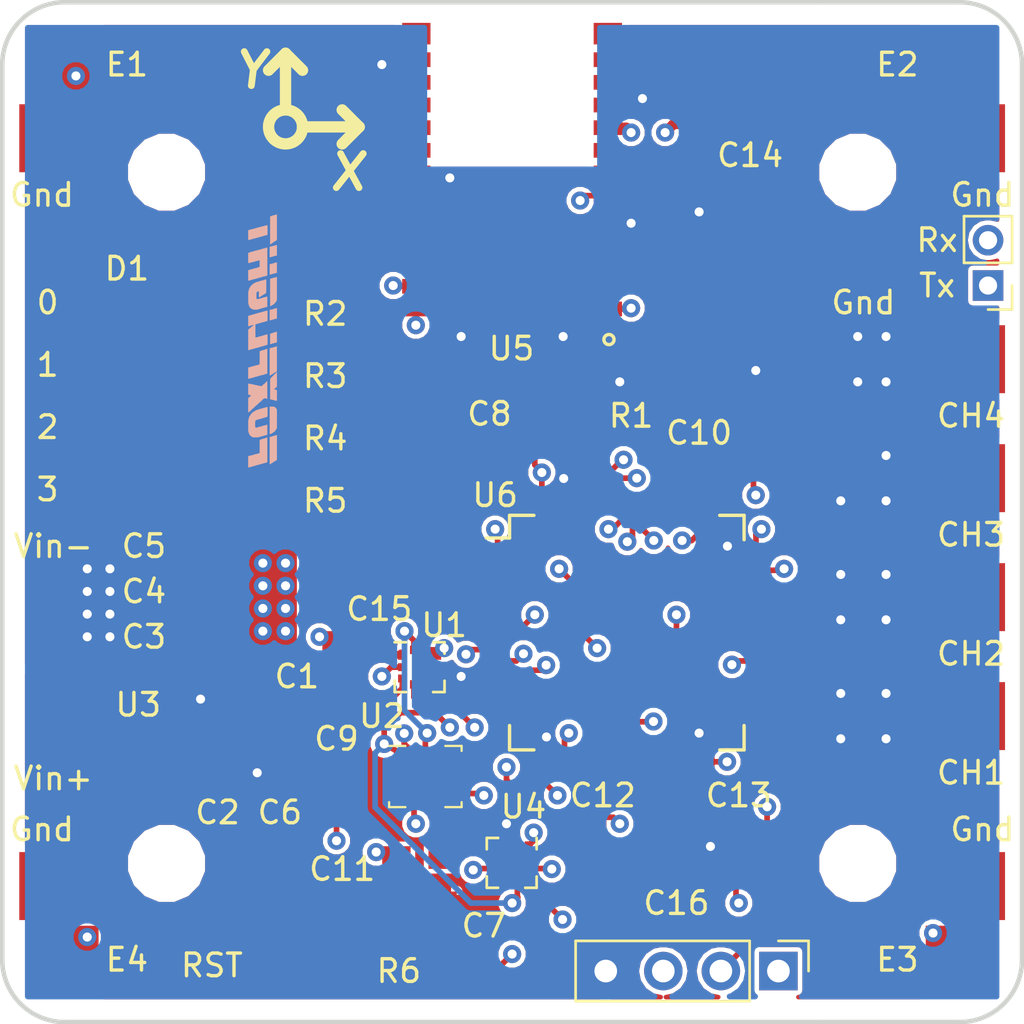
<source format=kicad_pcb>
(kicad_pcb (version 20171130) (host pcbnew "(5.0.0)")
  (layers (0 F.Cu signal) (1 In1.Cu power) (2 In2.Cu power) (31 B.Cu signal) (34 B.Paste user) (35 F.Paste user) (36 B.SilkS user) (37 F.SilkS user) (38 B.Mask user) (39 F.Mask user) (44 Edge.Cuts user))
  (net 0 "")
  (net 1 GND)
  (net 2 +12V)
  (net 3 +3V3)
  (net 4 "Net-(C6-Pad1)")
  (net 5 "Net-(C7-Pad1)")
  (net 6 "Net-(D1-Pad2)")
  (net 7 "Net-(D2-Pad2)")
  (net 8 "Net-(D3-Pad2)")
  (net 9 "Net-(D4-Pad2)")
  (net 10 SWCLK)
  (net 11 SWDIO)
  (net 12 "Net-(C16-Pad1)")
  (net 13 "Net-(R1-Pad2)")
  (net 14 LED_A)
  (net 15 LED_B)
  (net 16 LED_C)
  (net 17 LED_D)
  (net 18 SPI2_CLK)
  (net 19 "Net-(U1-Pad7)")
  (net 20 SPI2_CS2)
  (net 21 SPI2_MISO)
  (net 22 SPI2_MOSI)
  (net 23 "Net-(U2-Pad11)")
  (net 24 "Net-(U2-Pad10)")
  (net 25 "Net-(U2-Pad9)")
  (net 26 "Net-(U2-Pad4)")
  (net 27 SPI2_CS0)
  (net 28 SPI2_CS1)
  (net 29 "Net-(U4-Pad7)")
  (net 30 "Net-(U4-Pad8)")
  (net 31 "Net-(U5-Pad16)")
  (net 32 GPS_RESET)
  (net 33 "Net-(U5-Pad24)")
  (net 34 "Net-(U5-Pad8)")
  (net 35 "Net-(U5-Pad7)")
  (net 36 "Net-(U5-Pad2)")
  (net 37 "Net-(U5-Pad30)")
  (net 38 GPS_TP)
  (net 39 "Net-(U5-Pad28)")
  (net 40 "Net-(U6-Pad62)")
  (net 41 "Net-(U6-Pad61)")
  (net 42 USART1_RX)
  (net 43 USART1_TX)
  (net 44 SPI1_MOSI)
  (net 45 SPI1_MISO)
  (net 46 SPI1_CLK)
  (net 47 "Net-(U6-Pad54)")
  (net 48 "Net-(U6-Pad52)")
  (net 49 "Net-(U6-Pad51)")
  (net 50 "Net-(U6-Pad45)")
  (net 51 Rx_CH4)
  (net 52 Rx_CH3)
  (net 53 Rx_CH2)
  (net 54 Rx_CH1)
  (net 55 "Net-(U6-Pad40)")
  (net 56 "Net-(U6-Pad39)")
  (net 57 "Net-(U6-Pad37)")
  (net 58 "Net-(U6-Pad36)")
  (net 59 "Net-(U6-Pad35)")
  (net 60 "Net-(U6-Pad34)")
  (net 61 "Net-(U6-Pad33)")
  (net 62 "Net-(U6-Pad29)")
  (net 63 "Net-(U6-Pad28)")
  (net 64 "Net-(U6-Pad26)")
  (net 65 "Net-(U6-Pad25)")
  (net 66 "Net-(U6-Pad23)")
  (net 67 "Net-(U6-Pad22)")
  (net 68 "Net-(U6-Pad21)")
  (net 69 "Net-(U6-Pad20)")
  (net 70 ESC4)
  (net 71 ESC3)
  (net 72 ESC2)
  (net 73 ESC1)
  (net 74 "Net-(U6-Pad6)")
  (net 75 "Net-(U6-Pad5)")
  (net 76 "Net-(C15-Pad1)")
  (net 77 SPI1_CS0)
  (net 78 RST_SW)
  (module LEDs:LED_1206 (layer F.Cu) (at 130.25 90)
    (fp_text reference D4 hide)
    (fp_text value LED)
    (pad 2 smd rect (at 1.65 0 180) (size 1.5 1.5) (layers F.Cu F.Paste F.Mask) (net 9 "Net-(D4-Pad2)"))
    (pad 1 smd rect (at -1.65 0 180) (size 1.5 1.5) (layers F.Cu F.Paste F.Mask) (net 1 GND))
  )
  (module LEDs:LED_1206 (layer F.Cu) (at 130.25 87.25)
    (fp_text reference D3 hide)
    (fp_text value LED)
    (pad 2 smd rect (at 1.65 0 180) (size 1.5 1.5) (layers F.Cu F.Paste F.Mask) (net 8 "Net-(D3-Pad2)"))
    (pad 1 smd rect (at -1.65 0 180) (size 1.5 1.5) (layers F.Cu F.Paste F.Mask) (net 1 GND))
  )
  (module LEDs:LED_1206 (layer F.Cu) (at 130.25 84.5)
    (fp_text reference D2 hide)
    (fp_text value LED)
    (pad 2 smd rect (at 1.65 0 180) (size 1.5 1.5) (layers F.Cu F.Paste F.Mask) (net 7 "Net-(D2-Pad2)"))
    (pad 1 smd rect (at -1.65 0 180) (size 1.5 1.5) (layers F.Cu F.Paste F.Mask) (net 1 GND))
  )
  (module LEDs:LED_1206 (layer F.Cu) (at 130.25 81.857199)
    (fp_text reference D1 (at 0 -1.6) (layer F.SilkS))
    (fp_text value LED)
    (pad 2 smd rect (at 1.65 0 180) (size 1.5 1.5) (layers F.Cu F.Paste F.Mask) (net 6 "Net-(D1-Pad2)"))
    (pad 1 smd rect (at -1.65 0 180) (size 1.5 1.5) (layers F.Cu F.Paste F.Mask) (net 1 GND))
  )
  (module TO_SOT_Packages_SMD:SOT-23-5 (layer F.Cu) (at 133.522 99.428)
    (fp_text reference U3 (at -2.772 0.072) (layer F.SilkS))
    (fp_text value LP2985-3.3)
    (pad 1 smd rect (at -1.1 -0.95) (size 1.06 0.65) (layers F.Cu F.Paste F.Mask) (net 2 +12V))
    (pad 2 smd rect (at -1.1 0) (size 1.06 0.65) (layers F.Cu F.Paste F.Mask) (net 1 GND))
    (pad 3 smd rect (at -1.1 0.95) (size 1.06 0.65) (layers F.Cu F.Paste F.Mask) (net 2 +12V))
    (pad 4 smd rect (at 1.1 0.95) (size 1.06 0.65) (layers F.Cu F.Paste F.Mask) (net 4 "Net-(C6-Pad1)"))
    (pad 5 smd rect (at 1.1 -0.95) (size 1.06 0.65) (layers F.Cu F.Paste F.Mask) (net 3 +3V3))
  )
  (module Buttons_Switches_SMD:SW_SPST_KMR2 (layer F.Cu) (at 138.25 109.75)
    (fp_text reference RST (at -4.25 1.25) (layer F.SilkS))
    (fp_text value SW_Push)
    (pad 1 smd rect (at -2.05 -0.8) (size 0.9 1) (layers F.Cu F.Paste F.Mask) (net 78 RST_SW))
    (pad 2 smd rect (at -2.05 0.8) (size 0.9 1) (layers F.Cu F.Paste F.Mask) (net 1 GND))
    (pad 1 smd rect (at 2.05 -0.8) (size 0.9 1) (layers F.Cu F.Paste F.Mask) (net 78 RST_SW))
    (pad 2 smd rect (at 2.05 0.8) (size 0.9 1) (layers F.Cu F.Paste F.Mask) (net 1 GND))
  )
  (module MyLibs:R_0805 (layer F.Cu) (at 150.532 86.664 270)
    (fp_text reference R1 (at 0.086 -1.968) (layer F.SilkS))
    (fp_text value 10k)
    (pad 2 smd rect (at 0.95 0 270) (size 0.7 1.3) (layers F.Cu F.Paste F.Mask) (net 13 "Net-(R1-Pad2)"))
    (pad 1 smd rect (at -0.95 0 270) (size 0.7 1.3) (layers F.Cu F.Paste F.Mask) (net 1 GND))
  )
  (module MyLibs:R_0805 (layer F.Cu) (at 136.524239 81.871199 180)
    (fp_text reference R2 (at -2.475761 -0.378801 180) (layer F.SilkS))
    (fp_text value 470)
    (pad 2 smd rect (at 0.95 0 180) (size 0.7 1.3) (layers F.Cu F.Paste F.Mask) (net 6 "Net-(D1-Pad2)"))
    (pad 1 smd rect (at -0.95 0 180) (size 0.7 1.3) (layers F.Cu F.Paste F.Mask) (net 14 LED_A))
  )
  (module MyLibs:R_0805 (layer F.Cu) (at 136.524239 84.621199 180)
    (fp_text reference R3 (at -2.475761 -0.378801 180) (layer F.SilkS))
    (fp_text value 470)
    (pad 2 smd rect (at 0.95 0 180) (size 0.7 1.3) (layers F.Cu F.Paste F.Mask) (net 7 "Net-(D2-Pad2)"))
    (pad 1 smd rect (at -0.95 0 180) (size 0.7 1.3) (layers F.Cu F.Paste F.Mask) (net 15 LED_B))
  )
  (module MyLibs:R_0805 (layer F.Cu) (at 136.524239 87.371199 180)
    (fp_text reference R4 (at -2.475761 -0.378801 180) (layer F.SilkS))
    (fp_text value 470)
    (pad 2 smd rect (at 0.95 0 180) (size 0.7 1.3) (layers F.Cu F.Paste F.Mask) (net 8 "Net-(D3-Pad2)"))
    (pad 1 smd rect (at -0.95 0 180) (size 0.7 1.3) (layers F.Cu F.Paste F.Mask) (net 16 LED_C))
  )
  (module MyLibs:R_0805 (layer F.Cu) (at 136.524239 90.121199 180)
    (fp_text reference R5 (at -2.475761 -0.378801 180) (layer F.SilkS))
    (fp_text value 470)
    (pad 2 smd rect (at 0.95 0 180) (size 0.7 1.3) (layers F.Cu F.Paste F.Mask) (net 9 "Net-(D4-Pad2)"))
    (pad 1 smd rect (at -0.95 0 180) (size 0.7 1.3) (layers F.Cu F.Paste F.Mask) (net 17 LED_D))
  )
  (module MyLibs:R_0805 (layer F.Cu) (at 144.75 111.25 180)
    (fp_text reference R6 (at 2.5 0 180) (layer F.SilkS))
    (fp_text value 10k)
    (pad 2 smd rect (at 0.95 0 180) (size 0.7 1.3) (layers F.Cu F.Paste F.Mask) (net 78 RST_SW))
    (pad 1 smd rect (at -0.95 0 180) (size 0.7 1.3) (layers F.Cu F.Paste F.Mask) (net 3 +3V3))
  )
  (module MyLibs:C_0805 (layer F.Cu) (at 139.5 97.75 90)
    (fp_text reference C1 (at -0.5 -1.75 180) (layer F.SilkS))
    (fp_text value 0.1uF)
    (pad 2 smd rect (at 1 0 90) (size 1 1.25) (layers F.Cu F.Paste F.Mask) (net 3 +3V3))
    (pad 1 smd rect (at -1 0 90) (size 1 1.25) (layers F.Cu F.Paste F.Mask) (net 1 GND))
  )
  (module MyLibs:C_0805 (layer F.Cu) (at 137 101.75 270)
    (fp_text reference C6 (at 2.5 0) (layer F.SilkS))
    (fp_text value 10nF)
    (pad 2 smd rect (at 1 0 270) (size 1 1.25) (layers F.Cu F.Paste F.Mask) (net 1 GND))
    (pad 1 smd rect (at -1 0 270) (size 1 1.25) (layers F.Cu F.Paste F.Mask) (net 4 "Net-(C6-Pad1)"))
  )
  (module MyLibs:C_0805 (layer F.Cu) (at 133.522 102.5)
    (fp_text reference C2 (at 0.728 1.75) (layer F.SilkS))
    (fp_text value 1uF)
    (pad 2 smd rect (at 1 0) (size 1 1.25) (layers F.Cu F.Paste F.Mask) (net 1 GND))
    (pad 1 smd rect (at -1 0) (size 1 1.25) (layers F.Cu F.Paste F.Mask) (net 2 +12V))
  )
  (module MyLibs:C_0805 (layer F.Cu) (at 133.522 96.372 180)
    (fp_text reference C3 (at 2.522 -0.128 180) (layer F.SilkS))
    (fp_text value 2.2uF)
    (pad 2 smd rect (at 1 0 180) (size 1 1.25) (layers F.Cu F.Paste F.Mask) (net 1 GND))
    (pad 1 smd rect (at -1 0 180) (size 1 1.25) (layers F.Cu F.Paste F.Mask) (net 3 +3V3))
  )
  (module MyLibs:C_0805 (layer F.Cu) (at 133.522 94.34 180)
    (fp_text reference C4 (at 2.522 -0.16 180) (layer F.SilkS))
    (fp_text value 0.1uF)
    (pad 2 smd rect (at 1 0 180) (size 1 1.25) (layers F.Cu F.Paste F.Mask) (net 1 GND))
    (pad 1 smd rect (at -1 0 180) (size 1 1.25) (layers F.Cu F.Paste F.Mask) (net 3 +3V3))
  )
  (module MyLibs:C_0805 (layer F.Cu) (at 133.522 92.308 180)
    (fp_text reference C5 (at 2.522 -0.192 180) (layer F.SilkS))
    (fp_text value 10nF)
    (pad 2 smd rect (at 1 0 180) (size 1 1.25) (layers F.Cu F.Paste F.Mask) (net 1 GND))
    (pad 1 smd rect (at -1 0 180) (size 1 1.25) (layers F.Cu F.Paste F.Mask) (net 3 +3V3))
  )
  (module MyLibs:C_0805 (layer F.Cu) (at 144.182 107.242 270)
    (fp_text reference C7 (at 2.008 -1.818) (layer F.SilkS))
    (fp_text value 0.1uF)
    (pad 2 smd rect (at 1 0 270) (size 1 1.25) (layers F.Cu F.Paste F.Mask) (net 1 GND))
    (pad 1 smd rect (at -1 0 270) (size 1 1.25) (layers F.Cu F.Paste F.Mask) (net 5 "Net-(C7-Pad1)"))
  )
  (module MyLibs:C_0805 (layer F.Cu) (at 148.25 86.664 90)
    (fp_text reference C8 (at 0 -2 180) (layer F.SilkS))
    (fp_text value 0.1uF)
    (pad 2 smd rect (at 1 0 90) (size 1 1.25) (layers F.Cu F.Paste F.Mask) (net 1 GND))
    (pad 1 smd rect (at -1 0 90) (size 1 1.25) (layers F.Cu F.Paste F.Mask) (net 3 +3V3))
  )
  (module MyLibs:C_0805 (layer F.Cu) (at 139.5 103.25 90)
    (fp_text reference C9 (at 2.25 0 180) (layer F.SilkS))
    (fp_text value 1uF)
    (pad 2 smd rect (at 1 0 90) (size 1 1.25) (layers F.Cu F.Paste F.Mask) (net 1 GND))
    (pad 1 smd rect (at -1 0 90) (size 1 1.25) (layers F.Cu F.Paste F.Mask) (net 3 +3V3))
  )
  (module MyLibs:C_0805 (layer F.Cu) (at 157.898 87.426 90)
    (fp_text reference C10 (at -0.074 -2.398 180) (layer F.SilkS))
    (fp_text value 0.1uF)
    (pad 2 smd rect (at 1 0 90) (size 1 1.25) (layers F.Cu F.Paste F.Mask) (net 1 GND))
    (pad 1 smd rect (at -1 0 90) (size 1 1.25) (layers F.Cu F.Paste F.Mask) (net 3 +3V3))
  )
  (module MyLibs:C_0805 (layer F.Cu) (at 142.142 107.242 270)
    (fp_text reference C11 (at -0.492 2.392) (layer F.SilkS))
    (fp_text value 0.1uF)
    (pad 2 smd rect (at 1 0 270) (size 1 1.25) (layers F.Cu F.Paste F.Mask) (net 1 GND))
    (pad 1 smd rect (at -1 0 270) (size 1 1.25) (layers F.Cu F.Paste F.Mask) (net 3 +3V3))
  )
  (module MyLibs:C_0805 (layer F.Cu) (at 150.786 105.714 270)
    (fp_text reference C12 (at -2.214 -0.464) (layer F.SilkS))
    (fp_text value 0.1uF)
    (pad 2 smd rect (at 1 0 270) (size 1 1.25) (layers F.Cu F.Paste F.Mask) (net 1 GND))
    (pad 1 smd rect (at -1 0 270) (size 1 1.25) (layers F.Cu F.Paste F.Mask) (net 3 +3V3))
  )
  (module MyLibs:C_0805 (layer F.Cu) (at 157.128 105.714 90)
    (fp_text reference C13 (at 2.214 0.122 180) (layer F.SilkS))
    (fp_text value 0.1uF)
    (pad 2 smd rect (at 1 0 90) (size 1 1.25) (layers F.Cu F.Paste F.Mask) (net 1 GND))
    (pad 1 smd rect (at -1 0 90) (size 1 1.25) (layers F.Cu F.Paste F.Mask) (net 3 +3V3))
  )
  (module MyLibs:C_0805 (layer F.Cu) (at 155.35 75.122 90)
    (fp_text reference C14 (at -0.128 2.4 180) (layer F.SilkS))
    (fp_text value 4.7uF)
    (pad 2 smd rect (at 1 0 90) (size 1 1.25) (layers F.Cu F.Paste F.Mask) (net 3 +3V3))
    (pad 1 smd rect (at -1 0 90) (size 1 1.25) (layers F.Cu F.Paste F.Mask) (net 1 GND))
  )
  (module MyLibs:C_0805 (layer F.Cu) (at 141.388 93.776 180)
    (fp_text reference C15 (at 0 -1.5 180) (layer F.SilkS))
    (fp_text value 0.1uF)
    (pad 2 smd rect (at 1 0 180) (size 1 1.25) (layers F.Cu F.Paste F.Mask) (net 1 GND))
    (pad 1 smd rect (at -1 0 180) (size 1 1.25) (layers F.Cu F.Paste F.Mask) (net 76 "Net-(C15-Pad1)"))
  )
  (module MyLibs:C_0805 (layer F.Cu) (at 154.842 105.714 270)
    (fp_text reference C16 (at 2.536 0.342) (layer F.SilkS))
    (fp_text value 2.2uF)
    (pad 2 smd rect (at 1 0 270) (size 1 1.25) (layers F.Cu F.Paste F.Mask) (net 1 GND))
    (pad 1 smd rect (at -1 0 270) (size 1 1.25) (layers F.Cu F.Paste F.Mask) (net 12 "Net-(C16-Pad1)"))
  )
  (module Logo:flight (layer B.Cu) (at 136.25 83.5 90)
    (fp_text reference G*** hide)
    (fp_text value LOGO hide)
  )
  (module Logo:fox (layer B.Cu) (at 132.75 86.75 180)
    (fp_text reference G*** hide)
    (fp_text value LOGO hide)
  )
  (module Pin_Headers:Pin_Header_Straight_1x02_Pitch2.00mm (layer F.Cu) (at 168.25 81 180)
    (fp_text reference J2 hide)
    (fp_text value Conn_01x02_Female)
    (pad 1 thru_hole rect (at 0 0 180) (size 1.35 1.35) (drill 0.8) (layers *.Cu *.Mask) (net 43 USART1_TX))
    (pad 2 thru_hole oval (at 0 2 180) (size 1.35 1.35) (drill 0.8) (layers *.Cu *.Mask) (net 42 USART1_RX))
  )
  (module Pin_Headers:Pin_Header_Straight_1x04_Pitch2.54mm (layer F.Cu) (at 159 111.25 270)
    (fp_text reference J1 hide)
    (fp_text value Conn_01x04_Male)
    (pad 1 thru_hole rect (at 0 0 270) (size 1.7 1.7) (drill 1) (layers *.Cu *.Mask) (net 11 SWDIO))
    (pad 2 thru_hole oval (at 0 2.54 270) (size 1.7 1.7) (drill 1) (layers *.Cu *.Mask) (net 10 SWCLK))
    (pad 3 thru_hole oval (at 0 5.08 270) (size 1.7 1.7) (drill 1) (layers *.Cu *.Mask) (net 3 +3V3))
    (pad 4 thru_hole oval (at 0 7.62 270) (size 1.7 1.7) (drill 1) (layers *.Cu *.Mask) (net 1 GND))
  )
  (module "MyLibs:31-SMD Module" (layer F.Cu) (at 147.222 75.884)
    (fp_text reference U5 (at 0 7.9) (layer F.SilkS))
    (fp_text value CAM-M8C-0)
    (pad 27 smd rect (at -1.975 6.45 90) (size 1.25 0.65) (layers F.Cu F.Paste F.Mask) (net 1 GND))
    (pad 28 smd rect (at -0.975 6.45 90) (size 1.25 0.65) (layers F.Cu F.Paste F.Mask) (net 39 "Net-(U5-Pad28)"))
    (pad 29 smd rect (at 0.025 6.45 90) (size 1.25 0.65) (layers F.Cu F.Paste F.Mask) (net 38 GPS_TP))
    (pad 30 smd rect (at 1.025 6.45 90) (size 1.25 0.65) (layers F.Cu F.Paste F.Mask) (net 37 "Net-(U5-Pad30)"))
    (pad 1 smd rect (at 4.25 6.15) (size 1.25 0.65) (layers F.Cu F.Paste F.Mask) (net 3 +3V3))
    (pad 2 smd rect (at 4.25 5.15) (size 1.25 0.65) (layers F.Cu F.Paste F.Mask) (net 36 "Net-(U5-Pad2)"))
    (pad 3 smd rect (at 4.25 4.15) (size 1.25 0.65) (layers F.Cu F.Paste F.Mask) (net 77 SPI1_CS0))
    (pad 4 smd rect (at 4.25 3.15) (size 1.25 0.65) (layers F.Cu F.Paste F.Mask) (net 1 GND))
    (pad 5 smd rect (at 4.25 2.15) (size 1.25 0.65) (layers F.Cu F.Paste F.Mask) (net 1 GND))
    (pad 6 smd rect (at 4.25 1.15) (size 1.25 0.65) (layers F.Cu F.Paste F.Mask) (net 46 SPI1_CLK))
    (pad 7 smd rect (at 4.25 0.15) (size 1.25 0.65) (layers F.Cu F.Paste F.Mask) (net 35 "Net-(U5-Pad7)"))
    (pad 8 smd rect (at 4.25 -0.85) (size 1.25 0.65) (layers F.Cu F.Paste F.Mask) (net 34 "Net-(U5-Pad8)"))
    (pad 9 smd rect (at 4.25 -1.85) (size 1.25 0.65) (layers F.Cu F.Paste F.Mask) (net 3 +3V3))
    (pad 10 smd rect (at 4.25 -2.85) (size 1.25 0.65) (layers F.Cu F.Paste F.Mask) (net 1 GND))
    (pad 11 smd rect (at 4.25 -3.85) (size 1.25 0.65) (layers F.Cu F.Paste F.Mask) (net 1 GND))
    (pad 26 smd rect (at -4.2 6.15) (size 1.25 0.65) (layers F.Cu F.Paste F.Mask) (net 44 SPI1_MOSI))
    (pad 25 smd rect (at -4.2 5.15) (size 1.25 0.65) (layers F.Cu F.Paste F.Mask) (net 45 SPI1_MISO))
    (pad 24 smd rect (at -4.2 4.15) (size 1.25 0.65) (layers F.Cu F.Paste F.Mask) (net 33 "Net-(U5-Pad24)"))
    (pad 23 smd rect (at -4.2 3.15) (size 1.25 0.65) (layers F.Cu F.Paste F.Mask) (net 32 GPS_RESET))
    (pad 22 smd rect (at -4.2 2.15) (size 1.25 0.65) (layers F.Cu F.Paste F.Mask) (net 1 GND))
    (pad 21 smd rect (at -4.2 1.15) (size 1.25 0.65) (layers F.Cu F.Paste F.Mask) (net 1 GND))
    (pad 20 smd rect (at -4.2 0.15) (size 1.25 0.65) (layers F.Cu F.Paste F.Mask) (net 1 GND))
    (pad 19 smd rect (at -4.2 -0.85) (size 1.25 0.65) (layers F.Cu F.Paste F.Mask) (net 1 GND))
    (pad 18 smd rect (at -4.2 -1.85) (size 1.25 0.65) (layers F.Cu F.Paste F.Mask) (net 1 GND))
    (pad 17 smd rect (at -4.2 -2.85) (size 1.25 0.65) (layers F.Cu F.Paste F.Mask) (net 31 "Net-(U5-Pad16)"))
    (pad 16 smd rect (at -4.2 -3.85) (size 1.25 0.65) (layers F.Cu F.Paste F.Mask) (net 31 "Net-(U5-Pad16)"))
    (pad 31 smd rect (at 2.025 6.45 90) (size 1.25 0.65) (layers F.Cu F.Paste F.Mask) (net 1 GND))
    (pad 12 smd rect (at 4.25 -4.85) (size 1.25 0.65) (layers F.Cu F.Paste F.Mask) (net 1 GND))
    (pad 13 smd rect (at 4.25 -6) (size 1.25 0.95) (layers F.Cu F.Paste F.Mask) (net 1 GND))
    (pad 14 smd rect (at -4.2 -6) (size 1.25 0.95) (layers F.Cu F.Paste F.Mask) (net 1 GND))
    (pad 15 smd rect (at -4.2 -4.85) (size 1.25 0.65) (layers F.Cu F.Paste F.Mask) (net 1 GND))
  )
  (module Mounting_Holes:MountingHole_3mm (layer F.Cu) (at 162.5 106.5)
    (fp_text reference REF** hide)
    (fp_text value MountingHole_3mm)
    (pad 1 np_thru_hole circle (at 0 0) (size 3 3) (drill 3) (layers *.Cu *.Mask))
  )
  (module Mounting_Holes:MountingHole_3mm (layer F.Cu) (at 162.5 76)
    (fp_text reference REF** hide)
    (fp_text value MountingHole_3mm)
    (pad 1 np_thru_hole circle (at 0 0) (size 3 3) (drill 3) (layers *.Cu *.Mask))
  )
  (module Mounting_Holes:MountingHole_3mm (layer F.Cu) (at 132 76)
    (fp_text reference REF** hide)
    (fp_text value MountingHole_3mm)
    (pad 1 np_thru_hole circle (at 0 0) (size 3 3) (drill 3) (layers *.Cu *.Mask))
  )
  (module Mounting_Holes:MountingHole_3mm (layer F.Cu) (at 132 106.5)
    (fp_text reference REF** hide)
    (fp_text value MountingHole_3mm)
    (pad 1 np_thru_hole circle (at 0 0) (size 3 3) (drill 3) (layers *.Cu *.Mask))
  )
  (module MyLibs:LGA-10_2x2mm_Pitch0.5mm (layer F.Cu) (at 143.166 97.84)
    (fp_text reference U1 (at 1.084 -1.85) (layer F.SilkS))
    (fp_text value BMP388)
    (pad 3 smd rect (at -0.7625 -0.5) (size 0.375 0.35) (layers F.Cu F.Paste F.Mask) (net 1 GND))
    (pad 4 smd rect (at -0.7625 0) (size 0.375 0.35) (layers F.Cu F.Paste F.Mask) (net 22 SPI2_MOSI))
    (pad 10 smd rect (at 0.7625 -0.5) (size 0.375 0.35) (layers F.Cu F.Paste F.Mask) (net 3 +3V3))
    (pad 9 smd rect (at 0.7625 0) (size 0.375 0.35) (layers F.Cu F.Paste F.Mask) (net 1 GND))
    (pad 5 smd rect (at -0.7625 0.5) (size 0.375 0.35) (layers F.Cu F.Paste F.Mask) (net 21 SPI2_MISO))
    (pad 8 smd rect (at 0.7625 0.5) (size 0.375 0.35) (layers F.Cu F.Paste F.Mask) (net 1 GND))
    (pad 6 smd rect (at -0.25 0.7625 90) (size 0.375 0.35) (layers F.Cu F.Paste F.Mask) (net 20 SPI2_CS2))
    (pad 7 smd rect (at 0.25 0.7625 90) (size 0.375 0.35) (layers F.Cu F.Paste F.Mask) (net 19 "Net-(U1-Pad7)"))
    (pad 1 smd rect (at 0.25 -0.7625 90) (size 0.375 0.35) (layers F.Cu F.Paste F.Mask) (net 3 +3V3))
    (pad 2 smd rect (at -0.25 -0.7625 90) (size 0.375 0.35) (layers F.Cu F.Paste F.Mask) (net 18 SPI2_CLK))
  )
  (module Housings_LGA:Bosch_LGA-14_3x2.5mm_Pitch0.5mm (layer F.Cu) (at 143.42 102.666)
    (fp_text reference U2 (at -1.92 -2.666) (layer F.SilkS))
    (fp_text value LSM6DSM)
    (pad 13 smd rect (at 0 -1.0125) (size 0.25 0.675) (layers F.Cu F.Paste F.Mask) (net 18 SPI2_CLK))
    (pad 14 smd rect (at -0.5 -1.0125) (size 0.25 0.675) (layers F.Cu F.Paste F.Mask) (net 22 SPI2_MOSI))
    (pad 12 smd rect (at 0.5 -1.0125) (size 0.25 0.675) (layers F.Cu F.Paste F.Mask) (net 27 SPI2_CS0))
    (pad 5 smd rect (at -0.5 1.0125) (size 0.25 0.675) (layers F.Cu F.Paste F.Mask) (net 3 +3V3))
    (pad 6 smd rect (at 0 1.0125) (size 0.25 0.675) (layers F.Cu F.Paste F.Mask) (net 1 GND))
    (pad 7 smd rect (at 0.5 1.0125) (size 0.25 0.675) (layers F.Cu F.Paste F.Mask) (net 1 GND))
    (pad 1 smd rect (at -1.2625 -0.75) (size 0.675 0.25) (layers F.Cu F.Paste F.Mask) (net 21 SPI2_MISO))
    (pad 2 smd rect (at -1.2625 -0.25) (size 0.675 0.25) (layers F.Cu F.Paste F.Mask) (net 1 GND))
    (pad 3 smd rect (at -1.2625 0.25) (size 0.675 0.25) (layers F.Cu F.Paste F.Mask) (net 1 GND))
    (pad 4 smd rect (at -1.2625 0.75) (size 0.675 0.25) (layers F.Cu F.Paste F.Mask) (net 26 "Net-(U2-Pad4)"))
    (pad 8 smd rect (at 1.2625 0.75) (size 0.675 0.25) (layers F.Cu F.Paste F.Mask) (net 3 +3V3))
    (pad 9 smd rect (at 1.2625 0.25) (size 0.675 0.25) (layers F.Cu F.Paste F.Mask) (net 25 "Net-(U2-Pad9)"))
    (pad 10 smd rect (at 1.2625 -0.25) (size 0.675 0.25) (layers F.Cu F.Paste F.Mask) (net 24 "Net-(U2-Pad10)"))
    (pad 11 smd rect (at 1.2625 -0.75) (size 0.675 0.25) (layers F.Cu F.Paste F.Mask) (net 23 "Net-(U2-Pad11)"))
  )
  (module Housings_LGA:LGA-12_2x2mm_Pitch0.5mm (layer F.Cu) (at 147.23 106.476 270)
    (fp_text reference U4 (at -2.476 -0.52) (layer F.SilkS))
    (fp_text value LIS3MDL)
    (pad 2 smd rect (at -0.7625 -0.25 270) (size 0.375 0.35) (layers F.Cu F.Paste F.Mask) (net 1 GND))
    (pad 3 smd rect (at -0.7625 0.25 270) (size 0.375 0.35) (layers F.Cu F.Paste F.Mask) (net 1 GND))
    (pad 9 smd rect (at 0.7625 -0.25 270) (size 0.375 0.35) (layers F.Cu F.Paste F.Mask) (net 21 SPI2_MISO))
    (pad 8 smd rect (at 0.7625 0.25 270) (size 0.375 0.35) (layers F.Cu F.Paste F.Mask) (net 30 "Net-(U4-Pad8)"))
    (pad 4 smd rect (at -0.7625 0.75 270) (size 0.375 0.35) (layers F.Cu F.Paste F.Mask) (net 5 "Net-(C7-Pad1)"))
    (pad 7 smd rect (at 0.7625 0.75 270) (size 0.375 0.35) (layers F.Cu F.Paste F.Mask) (net 29 "Net-(U4-Pad7)"))
    (pad 1 smd rect (at -0.7625 -0.75 270) (size 0.375 0.35) (layers F.Cu F.Paste F.Mask) (net 18 SPI2_CLK))
    (pad 10 smd rect (at 0.7625 -0.75 270) (size 0.375 0.35) (layers F.Cu F.Paste F.Mask) (net 28 SPI2_CS1))
    (pad 5 smd rect (at -0.25 0.7625) (size 0.375 0.35) (layers F.Cu F.Paste F.Mask) (net 3 +3V3))
    (pad 6 smd rect (at 0.25 0.7625) (size 0.375 0.35) (layers F.Cu F.Paste F.Mask) (net 3 +3V3))
    (pad 11 smd rect (at 0.25 -0.7625) (size 0.375 0.35) (layers F.Cu F.Paste F.Mask) (net 22 SPI2_MOSI))
    (pad 12 smd rect (at -0.25 -0.7625) (size 0.375 0.35) (layers F.Cu F.Paste F.Mask) (net 1 GND))
  )
  (module Housings_QFP:LQFP-64_10x10mm_Pitch0.5mm (layer F.Cu) (at 152.31 96.316)
    (fp_text reference U6 (at -5.81 -6.066) (layer F.SilkS))
    (fp_text value STM32F410RBTx)
    (pad 1 smd rect (at -5.7 -3.75) (size 1 0.25) (layers F.Cu F.Paste F.Mask) (net 3 +3V3))
    (pad 2 smd rect (at -5.7 -3.25) (size 1 0.25) (layers F.Cu F.Paste F.Mask) (net 15 LED_B))
    (pad 3 smd rect (at -5.7 -2.75) (size 1 0.25) (layers F.Cu F.Paste F.Mask) (net 16 LED_C))
    (pad 4 smd rect (at -5.7 -2.25) (size 1 0.25) (layers F.Cu F.Paste F.Mask) (net 17 LED_D))
    (pad 5 smd rect (at -5.7 -1.75) (size 1 0.25) (layers F.Cu F.Paste F.Mask) (net 75 "Net-(U6-Pad5)"))
    (pad 6 smd rect (at -5.7 -1.25) (size 1 0.25) (layers F.Cu F.Paste F.Mask) (net 74 "Net-(U6-Pad6)"))
    (pad 7 smd rect (at -5.7 -0.75) (size 1 0.25) (layers F.Cu F.Paste F.Mask) (net 76 "Net-(C15-Pad1)"))
    (pad 8 smd rect (at -5.7 -0.25) (size 1 0.25) (layers F.Cu F.Paste F.Mask) (net 27 SPI2_CS0))
    (pad 9 smd rect (at -5.7 0.25) (size 1 0.25) (layers F.Cu F.Paste F.Mask) (net 28 SPI2_CS1))
    (pad 10 smd rect (at -5.7 0.75) (size 1 0.25) (layers F.Cu F.Paste F.Mask) (net 21 SPI2_MISO))
    (pad 11 smd rect (at -5.7 1.25) (size 1 0.25) (layers F.Cu F.Paste F.Mask) (net 22 SPI2_MOSI))
    (pad 12 smd rect (at -5.7 1.75) (size 1 0.25) (layers F.Cu F.Paste F.Mask) (net 1 GND))
    (pad 13 smd rect (at -5.7 2.25) (size 1 0.25) (layers F.Cu F.Paste F.Mask) (net 3 +3V3))
    (pad 14 smd rect (at -5.7 2.75) (size 1 0.25) (layers F.Cu F.Paste F.Mask) (net 73 ESC1))
    (pad 15 smd rect (at -5.7 3.25) (size 1 0.25) (layers F.Cu F.Paste F.Mask) (net 72 ESC2))
    (pad 16 smd rect (at -5.7 3.75) (size 1 0.25) (layers F.Cu F.Paste F.Mask) (net 71 ESC3))
    (pad 17 smd rect (at -3.75 5.7 90) (size 1 0.25) (layers F.Cu F.Paste F.Mask) (net 70 ESC4))
    (pad 18 smd rect (at -3.25 5.7 90) (size 1 0.25) (layers F.Cu F.Paste F.Mask) (net 1 GND))
    (pad 19 smd rect (at -2.75 5.7 90) (size 1 0.25) (layers F.Cu F.Paste F.Mask) (net 3 +3V3))
    (pad 20 smd rect (at -2.25 5.7 90) (size 1 0.25) (layers F.Cu F.Paste F.Mask) (net 69 "Net-(U6-Pad20)"))
    (pad 21 smd rect (at -1.75 5.7 90) (size 1 0.25) (layers F.Cu F.Paste F.Mask) (net 68 "Net-(U6-Pad21)"))
    (pad 22 smd rect (at -1.25 5.7 90) (size 1 0.25) (layers F.Cu F.Paste F.Mask) (net 67 "Net-(U6-Pad22)"))
    (pad 23 smd rect (at -0.75 5.7 90) (size 1 0.25) (layers F.Cu F.Paste F.Mask) (net 66 "Net-(U6-Pad23)"))
    (pad 24 smd rect (at -0.25 5.7 90) (size 1 0.25) (layers F.Cu F.Paste F.Mask) (net 20 SPI2_CS2))
    (pad 25 smd rect (at 0.25 5.7 90) (size 1 0.25) (layers F.Cu F.Paste F.Mask) (net 65 "Net-(U6-Pad25)"))
    (pad 26 smd rect (at 0.75 5.7 90) (size 1 0.25) (layers F.Cu F.Paste F.Mask) (net 64 "Net-(U6-Pad26)"))
    (pad 27 smd rect (at 1.25 5.7 90) (size 1 0.25) (layers F.Cu F.Paste F.Mask) (net 78 RST_SW))
    (pad 28 smd rect (at 1.75 5.7 90) (size 1 0.25) (layers F.Cu F.Paste F.Mask) (net 63 "Net-(U6-Pad28)"))
    (pad 29 smd rect (at 2.25 5.7 90) (size 1 0.25) (layers F.Cu F.Paste F.Mask) (net 62 "Net-(U6-Pad29)"))
    (pad 30 smd rect (at 2.75 5.7 90) (size 1 0.25) (layers F.Cu F.Paste F.Mask) (net 12 "Net-(C16-Pad1)"))
    (pad 31 smd rect (at 3.25 5.7 90) (size 1 0.25) (layers F.Cu F.Paste F.Mask) (net 1 GND))
    (pad 32 smd rect (at 3.75 5.7 90) (size 1 0.25) (layers F.Cu F.Paste F.Mask) (net 3 +3V3))
    (pad 33 smd rect (at 5.7 3.75) (size 1 0.25) (layers F.Cu F.Paste F.Mask) (net 61 "Net-(U6-Pad33)"))
    (pad 34 smd rect (at 5.7 3.25) (size 1 0.25) (layers F.Cu F.Paste F.Mask) (net 60 "Net-(U6-Pad34)"))
    (pad 35 smd rect (at 5.7 2.75) (size 1 0.25) (layers F.Cu F.Paste F.Mask) (net 59 "Net-(U6-Pad35)"))
    (pad 36 smd rect (at 5.7 2.25) (size 1 0.25) (layers F.Cu F.Paste F.Mask) (net 58 "Net-(U6-Pad36)"))
    (pad 37 smd rect (at 5.7 1.75) (size 1 0.25) (layers F.Cu F.Paste F.Mask) (net 57 "Net-(U6-Pad37)"))
    (pad 38 smd rect (at 5.7 1.25) (size 1 0.25) (layers F.Cu F.Paste F.Mask) (net 18 SPI2_CLK))
    (pad 39 smd rect (at 5.7 0.75) (size 1 0.25) (layers F.Cu F.Paste F.Mask) (net 56 "Net-(U6-Pad39)"))
    (pad 40 smd rect (at 5.7 0.25) (size 1 0.25) (layers F.Cu F.Paste F.Mask) (net 55 "Net-(U6-Pad40)"))
    (pad 41 smd rect (at 5.7 -0.25) (size 1 0.25) (layers F.Cu F.Paste F.Mask) (net 54 Rx_CH1))
    (pad 42 smd rect (at 5.7 -0.75) (size 1 0.25) (layers F.Cu F.Paste F.Mask) (net 53 Rx_CH2))
    (pad 43 smd rect (at 5.7 -1.25) (size 1 0.25) (layers F.Cu F.Paste F.Mask) (net 52 Rx_CH3))
    (pad 44 smd rect (at 5.7 -1.75) (size 1 0.25) (layers F.Cu F.Paste F.Mask) (net 51 Rx_CH4))
    (pad 45 smd rect (at 5.7 -2.25) (size 1 0.25) (layers F.Cu F.Paste F.Mask) (net 50 "Net-(U6-Pad45)"))
    (pad 46 smd rect (at 5.7 -2.75) (size 1 0.25) (layers F.Cu F.Paste F.Mask) (net 11 SWDIO))
    (pad 47 smd rect (at 5.7 -3.25) (size 1 0.25) (layers F.Cu F.Paste F.Mask) (net 1 GND))
    (pad 48 smd rect (at 5.7 -3.75) (size 1 0.25) (layers F.Cu F.Paste F.Mask) (net 3 +3V3))
    (pad 49 smd rect (at 3.75 -5.7 90) (size 1 0.25) (layers F.Cu F.Paste F.Mask) (net 10 SWCLK))
    (pad 50 smd rect (at 3.25 -5.7 90) (size 1 0.25) (layers F.Cu F.Paste F.Mask) (net 77 SPI1_CS0))
    (pad 51 smd rect (at 2.75 -5.7 90) (size 1 0.25) (layers F.Cu F.Paste F.Mask) (net 49 "Net-(U6-Pad51)"))
    (pad 52 smd rect (at 2.25 -5.7 90) (size 1 0.25) (layers F.Cu F.Paste F.Mask) (net 48 "Net-(U6-Pad52)"))
    (pad 53 smd rect (at 1.75 -5.7 90) (size 1 0.25) (layers F.Cu F.Paste F.Mask) (net 14 LED_A))
    (pad 54 smd rect (at 1.25 -5.7 90) (size 1 0.25) (layers F.Cu F.Paste F.Mask) (net 47 "Net-(U6-Pad54)"))
    (pad 55 smd rect (at 0.75 -5.7 90) (size 1 0.25) (layers F.Cu F.Paste F.Mask) (net 46 SPI1_CLK))
    (pad 56 smd rect (at 0.25 -5.7 90) (size 1 0.25) (layers F.Cu F.Paste F.Mask) (net 45 SPI1_MISO))
    (pad 57 smd rect (at -0.25 -5.7 90) (size 1 0.25) (layers F.Cu F.Paste F.Mask) (net 44 SPI1_MOSI))
    (pad 58 smd rect (at -0.75 -5.7 90) (size 1 0.25) (layers F.Cu F.Paste F.Mask) (net 43 USART1_TX))
    (pad 59 smd rect (at -1.25 -5.7 90) (size 1 0.25) (layers F.Cu F.Paste F.Mask) (net 42 USART1_RX))
    (pad 60 smd rect (at -1.75 -5.7 90) (size 1 0.25) (layers F.Cu F.Paste F.Mask) (net 13 "Net-(R1-Pad2)"))
    (pad 61 smd rect (at -2.25 -5.7 90) (size 1 0.25) (layers F.Cu F.Paste F.Mask) (net 41 "Net-(U6-Pad61)"))
    (pad 62 smd rect (at -2.75 -5.7 90) (size 1 0.25) (layers F.Cu F.Paste F.Mask) (net 40 "Net-(U6-Pad62)"))
    (pad 63 smd rect (at -3.25 -5.7 90) (size 1 0.25) (layers F.Cu F.Paste F.Mask) (net 1 GND))
    (pad 64 smd rect (at -3.75 -5.7 90) (size 1 0.25) (layers F.Cu F.Paste F.Mask) (net 3 +3V3))
  )
  (module Measurement_Points:Measurement_Point_Square-SMD-Pad_Big (layer F.Cu) (at 167.5 100)
    (fp_text reference CH1 (at 0 2.5) (layer F.SilkS))
    (fp_text value Conn_01x01_Female)
    (pad 1 smd rect (at 0 0) (size 3 3) (layers F.Cu F.Mask) (net 54 Rx_CH1))
  )
  (module Measurement_Points:Measurement_Point_Square-SMD-Pad_Big (layer F.Cu) (at 167.5 94.75)
    (fp_text reference CH2 (at 0 2.5) (layer F.SilkS))
    (fp_text value Conn_01x01_Female)
    (pad 1 smd rect (at 0 0) (size 3 3) (layers F.Cu F.Mask) (net 53 Rx_CH2))
  )
  (module Measurement_Points:Measurement_Point_Square-SMD-Pad_Big (layer F.Cu) (at 167.5 89.5)
    (fp_text reference CH3 (at 0 2.5) (layer F.SilkS))
    (fp_text value Conn_01x01_Female)
    (pad 1 smd rect (at 0 0) (size 3 3) (layers F.Cu F.Mask) (net 52 Rx_CH3))
  )
  (module Measurement_Points:Measurement_Point_Square-SMD-Pad_Big (layer F.Cu) (at 167.5 84.25)
    (fp_text reference CH4 (at 0 2.5) (layer F.SilkS))
    (fp_text value Conn_01x01_Female)
    (pad 1 smd rect (at 0 0) (size 3 3) (layers F.Cu F.Mask) (net 51 Rx_CH4))
  )
  (module Measurement_Points:Measurement_Point_Square-SMD-Pad_Big (layer F.Cu) (at 127.5 71.25)
    (fp_text reference E1 (at 2.75 0) (layer F.SilkS))
    (fp_text value Conn_01x01_Female)
    (pad 1 smd rect (at 0 0) (size 3 3) (layers F.Cu F.Mask) (net 73 ESC1))
  )
  (module Measurement_Points:Measurement_Point_Square-SMD-Pad_Big (layer F.Cu) (at 167 71.25)
    (fp_text reference E2 (at -2.75 0) (layer F.SilkS))
    (fp_text value Conn_01x01_Female)
    (pad 1 smd rect (at 0 0) (size 3 3) (layers F.Cu F.Mask) (net 72 ESC2))
  )
  (module Measurement_Points:Measurement_Point_Square-SMD-Pad_Big (layer F.Cu) (at 167 110.75)
    (fp_text reference E3 (at -2.75 0) (layer F.SilkS))
    (fp_text value Conn_01x01_Female)
    (pad 1 smd rect (at 0 0) (size 3 3) (layers F.Cu F.Mask) (net 71 ESC3))
  )
  (module Measurement_Points:Measurement_Point_Square-SMD-Pad_Big (layer F.Cu) (at 127.5 110.75)
    (fp_text reference E4 (at 2.75 0) (layer F.SilkS))
    (fp_text value Conn_01x01_Female)
    (pad 1 smd rect (at 0 0) (size 3 3) (layers F.Cu F.Mask) (net 70 ESC4))
  )
  (module Measurement_Points:Measurement_Point_Square-SMD-Pad_Big (layer F.Cu) (at 127 107.5)
    (fp_text reference Gnd (at -0.5 -2.5) (layer F.SilkS))
    (fp_text value Conn_01x01_Female)
    (pad 1 smd rect (at 0 0) (size 3 3) (layers F.Cu F.Mask) (net 1 GND))
  )
  (module Measurement_Points:Measurement_Point_Square-SMD-Pad_Big (layer F.Cu) (at 167.5 74.5)
    (fp_text reference Gnd (at 0.5 2.5) (layer F.SilkS))
    (fp_text value Conn_01x01_Female)
    (pad 1 smd rect (at 0 0) (size 3 3) (layers F.Cu F.Mask) (net 1 GND))
  )
  (module Measurement_Points:Measurement_Point_Square-SMD-Pad_Big (layer F.Cu) (at 167.5 107.5)
    (fp_text reference Gnd (at 0.5 -2.5) (layer F.SilkS))
    (fp_text value Conn_01x01_Female)
    (pad 1 smd rect (at 0 0) (size 3 3) (layers F.Cu F.Mask) (net 1 GND))
  )
  (module Measurement_Points:Measurement_Point_Square-SMD-Pad_Big (layer F.Cu) (at 127 74.5)
    (fp_text reference Gnd (at -0.5 2.5) (layer F.SilkS))
    (fp_text value Conn_01x01_Female)
    (pad 1 smd rect (at 0 0) (size 3 3) (layers F.Cu F.Mask) (net 1 GND))
  )
  (module Measurement_Points:Measurement_Point_Square-SMD-Pad_Big (layer F.Cu) (at 162.75 84.25)
    (fp_text reference Gnd (at 0 -2.5) (layer F.SilkS))
    (fp_text value Conn_01x01_Female)
    (pad 1 smd rect (at 0 0) (size 3 3) (layers F.Cu F.Mask) (net 1 GND))
  )
  (module Measurement_Points:Measurement_Point_Square-SMD-Pad_Big (layer F.Cu) (at 162.75 94.75)
    (fp_text reference J20 hide)
    (fp_text value Conn_01x01_Female)
    (pad 1 smd rect (at 0 0) (size 3 3) (layers F.Cu F.Mask) (net 1 GND))
  )
  (module Measurement_Points:Measurement_Point_Square-SMD-Pad_Big (layer F.Cu) (at 162.75 89.5)
    (fp_text reference J21 hide)
    (fp_text value Conn_01x01_Female)
    (pad 1 smd rect (at 0 0) (size 3 3) (layers F.Cu F.Mask) (net 1 GND))
  )
  (module Measurement_Points:Measurement_Point_Square-SMD-Pad_Big (layer F.Cu) (at 162.75 100)
    (fp_text reference J22 hide)
    (fp_text value Conn_01x01_Female)
    (pad 1 smd rect (at 0 0) (size 3 3) (layers F.Cu F.Mask) (net 1 GND))
  )
  (module Logo:logo (layer F.Cu) (at 156.5 80.25)
    (fp_text reference G*** hide)
    (fp_text value LOGO hide)
  )
  (gr_arc (start 167 110.75) (end 167 113.5) (angle -90) (layer Edge.Cuts) (width 0.2))
  (gr_arc (start 127.5 110.75) (end 124.75 110.75) (angle -90) (layer Edge.Cuts) (width 0.2))
  (gr_arc (start 127.5 71.25) (end 127.5 68.5) (angle -90) (layer Edge.Cuts) (width 0.2))
  (gr_arc (start 167 71.25) (end 169.75 71.25) (angle -90) (layer Edge.Cuts) (width 0.2))
  (gr_text X (at 140 76) (layer F.SilkS) (effects (font (size 1.5 1.5) (thickness 0.3) italic)))
  (gr_text Y (at 135.75 71.5) (layer F.SilkS) (effects (font (size 1.5 1.5) (thickness 0.3) italic)))
  (gr_circle (center 137.25 74) (end 138 74) (layer F.SilkS) (width 0.5))
  (gr_line (start 140.5 74) (end 139.75 73.25) (layer F.SilkS) (width 0.5))
  (gr_line (start 140.5 74) (end 139.75 74.75) (layer F.SilkS) (width 0.5))
  (gr_line (start 140.25 74) (end 138 74) (layer F.SilkS) (width 0.5))
  (gr_line (start 137.25 70.75) (end 138 71.5) (layer F.SilkS) (width 0.5))
  (gr_line (start 137.25 70.75) (end 136.5 71.5) (layer F.SilkS) (width 0.5))
  (gr_line (start 137.25 71) (end 137.25 73.25) (layer F.SilkS) (width 0.5))
  (gr_text Vin+ (at 127 102.75) (layer F.SilkS) (effects (font (size 1 1))))
  (gr_text Vin- (at 127 92.5) (layer F.SilkS) (effects (font (size 1 1))))
  (gr_text Tx (at 166 81) (layer F.SilkS) (effects (font (size 1 1))))
  (gr_text Rx (at 166 79) (layer F.SilkS) (effects (font (size 1 1))))
  (gr_text 3 (at 126.75 90) (layer F.SilkS) (effects (font (size 1 1))))
  (gr_text 2 (at 126.75 87.25) (layer F.SilkS) (effects (font (size 1 1))))
  (gr_text 1 (at 126.75 84.5) (layer F.SilkS) (effects (font (size 1 1))))
  (gr_text 0 (at 126.75 81.75) (layer F.SilkS) (effects (font (size 1 1))))
  (gr_line (start 167 68.5) (end 160.75 68.5) (layer Edge.Cuts) (width 0.2))
  (gr_line (start 169.75 110.75) (end 169.75 71.25) (layer Edge.Cuts) (width 0.2))
  (gr_line (start 160.75 113.5) (end 167 113.5) (layer Edge.Cuts) (width 0.2))
  (gr_line (start 127.5 68.5) (end 160.75 68.5) (layer Edge.Cuts) (width 0.2))
  (gr_line (start 124.75 110.75) (end 124.75 71.25) (layer Edge.Cuts) (width 0.2))
  (gr_line (start 160.75 113.5) (end 127.5 113.5) (layer Edge.Cuts) (width 0.2))
  (via (at 161.75 101) (size 0.8) (drill 0.4) (layers F.Cu B.Cu) (net 1))
  (via (at 163.75 101) (size 0.8) (drill 0.4) (layers F.Cu B.Cu) (net 1))
  (via (at 163.75 99) (size 0.8) (drill 0.4) (layers F.Cu B.Cu) (net 1))
  (via (at 161.75 99) (size 0.8) (drill 0.4) (layers F.Cu B.Cu) (net 1))
  (via (at 161.75 95.75) (size 0.8) (drill 0.4) (layers F.Cu B.Cu) (net 1))
  (via (at 163.75 95.75) (size 0.8) (drill 0.4) (layers F.Cu B.Cu) (net 1))
  (via (at 163.75 93.75) (size 0.8) (drill 0.4) (layers F.Cu B.Cu) (net 1))
  (via (at 161.75 93.75) (size 0.8) (drill 0.4) (layers F.Cu B.Cu) (net 1))
  (via (at 161.75 90.5) (size 0.8) (drill 0.4) (layers F.Cu B.Cu) (net 1))
  (via (at 163.75 90.5) (size 0.8) (drill 0.4) (layers F.Cu B.Cu) (net 1))
  (via (at 163.75 88.5) (size 0.8) (drill 0.4) (layers F.Cu B.Cu) (net 1))
  (segment (start 132.272 96.372) (end 132.272 94.34) (width 1) (layer F.Cu) (net 1))
  (segment (start 132.272 94.34) (end 132.272 92.308) (width 1) (layer F.Cu) (net 1))
  (segment (start 146.98 105.7135) (end 147.48 105.7135) (width 0.25) (layer F.Cu) (net 1))
  (segment (start 147.9925 106.226) (end 147.524 106.226) (width 0.25) (layer F.Cu) (net 1))
  (segment (start 147.48 106.182) (end 147.48 105.7135) (width 0.25) (layer F.Cu) (net 1))
  (segment (start 147.524 106.226) (end 147.48 106.182) (width 0.25) (layer F.Cu) (net 1))
  (via (at 147 104.75) (size 0.8) (drill 0.4) (layers F.Cu B.Cu) (net 1))
  (segment (start 147.48 105.7135) (end 147.48 105.23) (width 0.25) (layer F.Cu) (net 1))
  (segment (start 147.48 105.23) (end 147 104.75) (width 0.25) (layer F.Cu) (net 1))
  (via (at 156 105.75) (size 0.8) (drill 0.4) (layers F.Cu B.Cu) (net 1))
  (via (at 155.5 100.75) (size 0.8) (drill 0.4) (layers F.Cu B.Cu) (net 1))
  (segment (start 155.56 102.016) (end 155.56 100.81) (width 0.25) (layer F.Cu) (net 1))
  (segment (start 155.56 100.81) (end 155.5 100.75) (width 0.25) (layer F.Cu) (net 1))
  (segment (start 151.472 78.034) (end 151.472 79.034) (width 0.45) (layer F.Cu) (net 1))
  (segment (start 143.022 78.034) (end 143.022 77.034) (width 0.45) (layer F.Cu) (net 1))
  (segment (start 143.022 77.034) (end 143.022 76.034) (width 0.45) (layer F.Cu) (net 1))
  (segment (start 143.022 76.034) (end 143.022 75.034) (width 0.45) (layer F.Cu) (net 1))
  (segment (start 143.022 75.034) (end 143.022 74.034) (width 0.45) (layer F.Cu) (net 1))
  (via (at 144.5 76.25) (size 0.8) (drill 0.4) (layers F.Cu B.Cu) (net 1))
  (segment (start 143.022 76.034) (end 144.284 76.034) (width 0.45) (layer F.Cu) (net 1))
  (segment (start 144.284 76.034) (end 144.5 76.25) (width 0.45) (layer F.Cu) (net 1))
  (via (at 145 83.25) (size 0.8) (drill 0.4) (layers F.Cu B.Cu) (net 1))
  (segment (start 145.247 82.334) (end 145.247 83.003) (width 0.45) (layer F.Cu) (net 1))
  (segment (start 145.247 83.003) (end 145 83.25) (width 0.45) (layer F.Cu) (net 1))
  (via (at 149.5 83.25) (size 0.8) (drill 0.4) (layers F.Cu B.Cu) (net 1))
  (segment (start 149.247 82.334) (end 149.247 82.997) (width 0.45) (layer F.Cu) (net 1))
  (segment (start 149.247 82.997) (end 149.5 83.25) (width 0.45) (layer F.Cu) (net 1))
  (via (at 155.5 77.75) (size 0.8) (drill 0.4) (layers F.Cu B.Cu) (net 1))
  (segment (start 155.35 76.372) (end 155.35 77.6) (width 0.45) (layer F.Cu) (net 1))
  (segment (start 155.35 77.6) (end 155.5 77.75) (width 0.45) (layer F.Cu) (net 1))
  (via (at 152.5 78.25) (size 0.8) (drill 0.4) (layers F.Cu B.Cu) (net 1))
  (segment (start 151.472 78.034) (end 152.284 78.034) (width 0.45) (layer F.Cu) (net 1))
  (segment (start 152.284 78.034) (end 152.5 78.25) (width 0.45) (layer F.Cu) (net 1))
  (segment (start 151.472 73.034) (end 151.472 72.034) (width 0.4) (layer F.Cu) (net 1))
  (segment (start 151.472 72.034) (end 151.472 71.034) (width 0.4) (layer F.Cu) (net 1))
  (segment (start 151.472 71.034) (end 151.472 69.884) (width 0.4) (layer F.Cu) (net 1))
  (segment (start 143.022 71.034) (end 143.022 69.884) (width 0.4) (layer F.Cu) (net 1))
  (via (at 141.5 71.25) (size 0.8) (drill 0.4) (layers F.Cu B.Cu) (net 1))
  (segment (start 143.022 71.034) (end 141.716 71.034) (width 0.4) (layer F.Cu) (net 1))
  (segment (start 141.716 71.034) (end 141.5 71.25) (width 0.4) (layer F.Cu) (net 1))
  (via (at 153 72.75) (size 0.8) (drill 0.4) (layers F.Cu B.Cu) (net 1))
  (segment (start 151.472 73.034) (end 152.716 73.034) (width 0.4) (layer F.Cu) (net 1))
  (segment (start 152.716 73.034) (end 153 72.75) (width 0.4) (layer F.Cu) (net 1))
  (via (at 158 84.75) (size 0.8) (drill 0.4) (layers F.Cu B.Cu) (net 1))
  (segment (start 157.898 86.176) (end 157.898 84.852) (width 0.4) (layer F.Cu) (net 1))
  (segment (start 157.898 84.852) (end 158 84.75) (width 0.4) (layer F.Cu) (net 1))
  (segment (start 148.35 85.314) (end 148.25 85.414) (width 0.4) (layer F.Cu) (net 1))
  (segment (start 150.532 85.314) (end 148.35 85.314) (width 0.4) (layer F.Cu) (net 1))
  (via (at 152 85.25) (size 0.8) (drill 0.4) (layers F.Cu B.Cu) (net 1))
  (segment (start 150.532 85.314) (end 151.936 85.314) (width 0.4) (layer F.Cu) (net 1))
  (segment (start 151.936 85.314) (end 152 85.25) (width 0.4) (layer F.Cu) (net 1))
  (segment (start 143.9285 97.84) (end 143.9285 98.34) (width 0.25) (layer F.Cu) (net 1))
  (via (at 145 98.25) (size 0.8) (drill 0.4) (layers F.Cu B.Cu) (net 1))
  (segment (start 143.9285 98.34) (end 144.91 98.34) (width 0.25) (layer F.Cu) (net 1))
  (segment (start 144.91 98.34) (end 145 98.25) (width 0.25) (layer F.Cu) (net 1))
  (segment (start 145.184 98.066) (end 145 98.25) (width 0.25) (layer F.Cu) (net 1))
  (segment (start 146.61 98.066) (end 145.184 98.066) (width 0.25) (layer F.Cu) (net 1))
  (via (at 149.523975 89.516) (size 0.8) (drill 0.4) (layers F.Cu B.Cu) (net 1))
  (segment (start 149.06 90.616) (end 149.06 89.979975) (width 0.25) (layer F.Cu) (net 1))
  (segment (start 149.06 89.979975) (end 149.523975 89.516) (width 0.25) (layer F.Cu) (net 1))
  (segment (start 142.3135 97.25) (end 142.4035 97.34) (width 0.25) (layer F.Cu) (net 1))
  (segment (start 141.5 97) (end 141.59 97.25) (width 0.25) (layer F.Cu) (net 1))
  (segment (start 141.59 97.25) (end 142.3135 97.25) (width 0.25) (layer F.Cu) (net 1))
  (via (at 156.75 92.5) (size 0.8) (drill 0.4) (layers F.Cu B.Cu) (net 1))
  (segment (start 158.01 93.066) (end 157.316 93.066) (width 0.25) (layer F.Cu) (net 1))
  (segment (start 157.316 93.066) (end 156.75 92.5) (width 0.25) (layer F.Cu) (net 1))
  (via (at 129.5 93.5) (size 0.8) (drill 0.4) (layers F.Cu B.Cu) (net 1))
  (via (at 129.5 94.5) (size 0.8) (drill 0.4) (layers F.Cu B.Cu) (net 1))
  (via (at 129.5 95.5) (size 0.8) (drill 0.4) (layers F.Cu B.Cu) (net 1))
  (via (at 129.5 96.5) (size 0.8) (drill 0.4) (layers F.Cu B.Cu) (net 1))
  (via (at 128.5 96.5) (size 0.8) (drill 0.4) (layers F.Cu B.Cu) (net 1))
  (via (at 128.5 95.5) (size 0.8) (drill 0.4) (layers F.Cu B.Cu) (net 1))
  (via (at 128.5 94.5) (size 0.8) (drill 0.4) (layers F.Cu B.Cu) (net 1))
  (via (at 128.5 93.5) (size 0.8) (drill 0.4) (layers F.Cu B.Cu) (net 1))
  (segment (start 136.5 102.5) (end 137 103) (width 0.25) (layer F.Cu) (net 1))
  (via (at 136 102.5) (size 0.8) (drill 0.4) (layers F.Cu B.Cu) (net 1))
  (segment (start 136 102.5) (end 136.5 102.5) (width 0.25) (layer F.Cu) (net 1))
  (segment (start 134.772 102.5) (end 136 102.5) (width 0.25) (layer F.Cu) (net 1))
  (segment (start 143.92 103.6785) (end 143.42 103.6785) (width 0.25) (layer F.Cu) (net 1))
  (segment (start 142.1575 102.416) (end 142.1575 102.916) (width 0.25) (layer F.Cu) (net 1))
  (segment (start 143.42 103.091) (end 143.42 103.6785) (width 0.25) (layer F.Cu) (net 1))
  (segment (start 143.245 102.916) (end 143.42 103.091) (width 0.25) (layer F.Cu) (net 1))
  (segment (start 142.1575 102.916) (end 143.245 102.916) (width 0.25) (layer F.Cu) (net 1))
  (segment (start 142.1575 102.416) (end 139.916 102.416) (width 0.25) (layer F.Cu) (net 1))
  (segment (start 149.06 102.016) (end 149.06 101.216543) (width 0.25) (layer F.Cu) (net 1))
  (via (at 148.764784 100.921327) (size 0.8) (drill 0.4) (layers F.Cu B.Cu) (net 1))
  (segment (start 149.06 101.216543) (end 148.764784 100.921327) (width 0.25) (layer F.Cu) (net 1))
  (via (at 162.5 85.25) (size 0.8) (drill 0.4) (layers F.Cu B.Cu) (net 1))
  (via (at 163.75 85.25) (size 0.8) (drill 0.4) (layers F.Cu B.Cu) (net 1))
  (via (at 163.75 83.25) (size 0.8) (drill 0.4) (layers F.Cu B.Cu) (net 1))
  (via (at 162.5 83.25) (size 0.8) (drill 0.4) (layers F.Cu B.Cu) (net 1))
  (segment (start 133.322 99.428) (end 133.5 99.25) (width 0.4) (layer F.Cu) (net 1))
  (segment (start 132.172 99.428) (end 133.322 99.428) (width 0.4) (layer F.Cu) (net 1))
  (via (at 133.5 99.25) (size 0.8) (drill 0.4) (layers F.Cu B.Cu) (net 1))
  (segment (start 148.25 87.914) (end 148.25 88.914) (width 0.25) (layer F.Cu) (net 3))
  (segment (start 148.25 88.914) (end 148.56 89.224) (width 0.25) (layer F.Cu) (net 3))
  (via (at 158 90.25) (size 0.8) (drill 0.4) (layers F.Cu B.Cu) (net 3))
  (segment (start 157.898 88.676) (end 157.898 90.148) (width 0.25) (layer F.Cu) (net 3))
  (segment (start 157.898 90.148) (end 158 90.25) (width 0.25) (layer F.Cu) (net 3))
  (via (at 158.25 91.75) (size 0.8) (drill 0.4) (layers F.Cu B.Cu) (net 3))
  (segment (start 158.01 92.566) (end 158.01 91.99) (width 0.25) (layer F.Cu) (net 3))
  (segment (start 158.01 91.99) (end 158.25 91.75) (width 0.25) (layer F.Cu) (net 3))
  (segment (start 156.06 102.016) (end 156.734 102.016) (width 0.25) (layer F.Cu) (net 3))
  (via (at 156.734 102.016) (size 0.8) (drill 0.4) (layers F.Cu B.Cu) (net 3))
  (segment (start 134.872 96.472) (end 134.772 96.372) (width 1) (layer F.Cu) (net 3))
  (segment (start 134.872 98.478) (end 134.872 95.972) (width 1) (layer F.Cu) (net 3))
  (segment (start 134.772 96.372) (end 134.772 94.34) (width 1) (layer F.Cu) (net 3))
  (via (at 143 104.75) (size 0.8) (drill 0.4) (layers F.Cu B.Cu) (net 3))
  (segment (start 142.92 103.6785) (end 142.92 104.67) (width 0.25) (layer F.Cu) (net 3))
  (segment (start 142.92 104.67) (end 143 104.75) (width 0.25) (layer F.Cu) (net 3))
  (via (at 146 103.5) (size 0.8) (drill 0.4) (layers F.Cu B.Cu) (net 3))
  (segment (start 144.6825 103.416) (end 145.916 103.416) (width 0.25) (layer F.Cu) (net 3))
  (segment (start 145.916 103.416) (end 146 103.5) (width 0.25) (layer F.Cu) (net 3))
  (via (at 154 74.25) (size 0.8) (drill 0.4) (layers F.Cu B.Cu) (net 3))
  (segment (start 155.35 73.872) (end 154.378 73.872) (width 0.45) (layer F.Cu) (net 3))
  (segment (start 154.378 73.872) (end 154 74.25) (width 0.45) (layer F.Cu) (net 3))
  (via (at 152.5 74.25) (size 0.8) (drill 0.4) (layers F.Cu B.Cu) (net 3))
  (segment (start 151.472 74.034) (end 152.284 74.034) (width 0.45) (layer F.Cu) (net 3))
  (segment (start 152.284 74.034) (end 152.5 74.25) (width 0.45) (layer F.Cu) (net 3))
  (segment (start 146.4675 106.726) (end 146.4675 106.226) (width 0.25) (layer F.Cu) (net 3))
  (via (at 145.533502 106.788418) (size 0.8) (drill 0.4) (layers F.Cu B.Cu) (net 3))
  (segment (start 146.4675 106.726) (end 145.59592 106.726) (width 0.25) (layer F.Cu) (net 3))
  (segment (start 145.59592 106.726) (end 145.533502 106.788418) (width 0.25) (layer F.Cu) (net 3))
  (via (at 148.56 89.25) (size 0.8) (drill 0.4) (layers F.Cu B.Cu) (net 3))
  (segment (start 148.56 89.224) (end 148.56 89.25) (width 0.25) (layer F.Cu) (net 3))
  (segment (start 148.56 89.25) (end 148.56 90.616) (width 0.25) (layer F.Cu) (net 3))
  (via (at 146.5 91.75) (size 0.8) (drill 0.4) (layers F.Cu B.Cu) (net 3))
  (segment (start 146.61 92.566) (end 146.61 91.86) (width 0.25) (layer F.Cu) (net 3))
  (segment (start 146.61 91.86) (end 146.5 91.75) (width 0.25) (layer F.Cu) (net 3))
  (segment (start 143.666 97.0775) (end 143.9285 97.34) (width 0.25) (layer F.Cu) (net 3))
  (segment (start 143.416 97.0775) (end 143.666 97.0775) (width 0.25) (layer F.Cu) (net 3))
  (via (at 144.25 97) (size 0.8) (drill 0.4) (layers F.Cu B.Cu) (net 3))
  (segment (start 143.666 97.0775) (end 144.1725 97.0775) (width 0.25) (layer F.Cu) (net 3))
  (segment (start 144.1725 97.0775) (end 144.25 97) (width 0.25) (layer F.Cu) (net 3))
  (via (at 152.5 82) (size 0.8) (drill 0.4) (layers F.Cu B.Cu) (net 3))
  (segment (start 151.472 82.034) (end 152.466 82.034) (width 0.25) (layer F.Cu) (net 3))
  (segment (start 152.466 82.034) (end 152.5 82) (width 0.25) (layer F.Cu) (net 3))
  (via (at 152 104.75) (size 0.8) (drill 0.4) (layers F.Cu B.Cu) (net 3))
  (segment (start 150.786 104.464) (end 151.714 104.464) (width 0.25) (layer F.Cu) (net 3))
  (segment (start 151.714 104.464) (end 152 104.75) (width 0.25) (layer F.Cu) (net 3))
  (via (at 157.25 108.25) (size 0.8) (drill 0.4) (layers F.Cu B.Cu) (net 3))
  (segment (start 157.128 106.964) (end 157.128 108.128) (width 0.25) (layer F.Cu) (net 3))
  (segment (start 157.128 108.128) (end 157.25 108.25) (width 0.25) (layer F.Cu) (net 3))
  (via (at 136.25 93.25) (size 0.8) (drill 0.4) (layers F.Cu B.Cu) (net 3))
  (via (at 136.25 94.25) (size 0.8) (drill 0.4) (layers F.Cu B.Cu) (net 3))
  (via (at 136.25 95.25) (size 0.8) (drill 0.4) (layers F.Cu B.Cu) (net 3))
  (via (at 136.25 96.25) (size 0.8) (drill 0.4) (layers F.Cu B.Cu) (net 3))
  (via (at 137.25 96.25) (size 0.8) (drill 0.4) (layers F.Cu B.Cu) (net 3))
  (via (at 137.25 95.25) (size 0.8) (drill 0.4) (layers F.Cu B.Cu) (net 3))
  (via (at 137.25 94.25) (size 0.8) (drill 0.4) (layers F.Cu B.Cu) (net 3))
  (via (at 137.25 93.25) (size 0.8) (drill 0.4) (layers F.Cu B.Cu) (net 3))
  (via (at 139.5 105.5) (size 0.8) (drill 0.4) (layers F.Cu B.Cu) (net 3))
  (segment (start 139.5 104.5) (end 139.5 105.5) (width 0.25) (layer F.Cu) (net 3))
  (via (at 141.25 106) (size 0.8) (drill 0.4) (layers F.Cu B.Cu) (net 3))
  (segment (start 142.142 105.992) (end 141.258 105.992) (width 0.25) (layer F.Cu) (net 3))
  (segment (start 141.258 105.992) (end 141.25 106) (width 0.25) (layer F.Cu) (net 3))
  (via (at 138.75 96.5) (size 0.8) (drill 0.4) (layers F.Cu B.Cu) (net 3))
  (segment (start 139.5 96.5) (end 138.75 96.5) (width 0.25) (layer F.Cu) (net 3))
  (via (at 149.75 100.75) (size 0.8) (drill 0.4) (layers F.Cu B.Cu) (net 3))
  (segment (start 149.56 102.016) (end 149.56 100.94) (width 0.25) (layer F.Cu) (net 3))
  (segment (start 149.56 100.94) (end 149.75 100.75) (width 0.25) (layer F.Cu) (net 3))
  (via (at 148.75 97.75) (size 0.8) (drill 0.4) (layers F.Cu B.Cu) (net 3))
  (segment (start 148.524989 97.975011) (end 148.75 97.75) (width 0.25) (layer F.Cu) (net 3))
  (segment (start 147.910991 97.975011) (end 148.524989 97.975011) (width 0.25) (layer F.Cu) (net 3))
  (segment (start 147.320002 98.566) (end 147.910991 97.975011) (width 0.25) (layer F.Cu) (net 3))
  (segment (start 146.61 98.566) (end 147.320002 98.566) (width 0.25) (layer F.Cu) (net 3))
  (segment (start 134.772 94.34) (end 134.772 92.308) (width 1) (layer F.Cu) (net 3))
  (via (at 147.25 110.5) (size 0.8) (drill 0.4) (layers F.Cu B.Cu) (net 3))
  (segment (start 145.7 111.25) (end 146.5 111.25) (width 0.25) (layer F.Cu) (net 3))
  (segment (start 146.850001 110.899999) (end 147.25 110.5) (width 0.25) (layer F.Cu) (net 3))
  (segment (start 146.5 111.25) (end 146.850001 110.899999) (width 0.25) (layer F.Cu) (net 3))
  (segment (start 137.246 100.878) (end 137.332 100.964) (width 0.25) (layer F.Cu) (net 4))
  (segment (start 136.878 100.378) (end 137 100.5) (width 0.25) (layer F.Cu) (net 4))
  (segment (start 134.872 100.378) (end 136.878 100.378) (width 0.25) (layer F.Cu) (net 4))
  (segment (start 145.057 105.992) (end 144.182 105.992) (width 0.25) (layer F.Cu) (net 5))
  (segment (start 146.48 105.7135) (end 145.3355 105.7135) (width 0.25) (layer F.Cu) (net 5))
  (segment (start 145.3355 105.7135) (end 145.057 105.992) (width 0.25) (layer F.Cu) (net 5))
  (segment (start 135.560239 81.857199) (end 135.574239 81.871199) (width 0.25) (layer F.Cu) (net 6))
  (segment (start 131.9 81.857199) (end 135.560239 81.857199) (width 0.25) (layer F.Cu) (net 6))
  (segment (start 135.45304 84.5) (end 135.574239 84.621199) (width 0.25) (layer F.Cu) (net 7))
  (segment (start 131.9 84.5) (end 135.45304 84.5) (width 0.25) (layer F.Cu) (net 7))
  (segment (start 135.45304 87.25) (end 135.574239 87.371199) (width 0.25) (layer F.Cu) (net 8))
  (segment (start 131.9 87.25) (end 135.45304 87.25) (width 0.25) (layer F.Cu) (net 8))
  (segment (start 135.45304 90) (end 135.574239 90.121199) (width 0.25) (layer F.Cu) (net 9))
  (segment (start 131.9 90) (end 135.45304 90) (width 0.25) (layer F.Cu) (net 9))
  (via (at 154.75 92.25) (size 0.8) (drill 0.4) (layers F.Cu B.Cu) (net 10))
  (segment (start 155.176 92.25) (end 154.75 92.25) (width 0.25) (layer F.Cu) (net 10))
  (segment (start 156.06 90.616) (end 156.06 91.366) (width 0.25) (layer F.Cu) (net 10))
  (segment (start 156.06 91.366) (end 155.176 92.25) (width 0.25) (layer F.Cu) (net 10))
  (via (at 158.5 104) (size 0.8) (drill 0.4) (layers F.Cu B.Cu) (net 10))
  (segment (start 158.5 109.21) (end 156.46 111.25) (width 0.25) (layer F.Cu) (net 10))
  (segment (start 158.5 104) (end 158.5 109.21) (width 0.25) (layer F.Cu) (net 10))
  (via (at 159.25 93.5) (size 0.8) (drill 0.4) (layers F.Cu B.Cu) (net 11))
  (segment (start 158.01 93.566) (end 159.184 93.566) (width 0.25) (layer F.Cu) (net 11))
  (segment (start 159.184 93.566) (end 159.25 93.5) (width 0.25) (layer F.Cu) (net 11))
  (segment (start 155.06 102.766) (end 155.06 102.016) (width 0.25) (layer F.Cu) (net 12))
  (segment (start 155.06 103.746) (end 155.06 102.766) (width 0.25) (layer F.Cu) (net 12))
  (segment (start 154.842 103.964) (end 155.06 103.746) (width 0.25) (layer F.Cu) (net 12))
  (segment (start 154.842 104.714) (end 154.842 103.964) (width 0.25) (layer F.Cu) (net 12))
  (segment (start 150.532 90.588) (end 150.56 90.616) (width 0.25) (layer F.Cu) (net 13))
  (segment (start 150.532 88.014) (end 150.532 90.588) (width 0.25) (layer F.Cu) (net 13))
  (segment (start 150.532 88.014) (end 150.532 87.614) (width 0.25) (layer F.Cu) (net 13))
  (segment (start 143.572997 86.838999) (end 138.605197 81.871199) (width 0.25) (layer F.Cu) (net 14))
  (segment (start 151.389698 86.838999) (end 143.572997 86.838999) (width 0.25) (layer F.Cu) (net 14))
  (segment (start 154.06 90.616) (end 154.06 89.509301) (width 0.25) (layer F.Cu) (net 14))
  (segment (start 154.06 89.509301) (end 151.389698 86.838999) (width 0.25) (layer F.Cu) (net 14))
  (segment (start 138.605197 81.871199) (end 137.474239 81.871199) (width 0.25) (layer F.Cu) (net 14))
  (segment (start 138.874239 85.521199) (end 137.974239 84.621199) (width 0.25) (layer F.Cu) (net 15))
  (segment (start 138.874239 86.080239) (end 138.874239 85.521199) (width 0.25) (layer F.Cu) (net 15))
  (segment (start 145.86 93.066) (end 138.874239 86.080239) (width 0.25) (layer F.Cu) (net 15))
  (segment (start 146.61 93.066) (end 145.86 93.066) (width 0.25) (layer F.Cu) (net 15))
  (segment (start 137.974239 84.621199) (end 137.474239 84.621199) (width 0.25) (layer F.Cu) (net 15))
  (segment (start 145.024412 93.566) (end 138.829611 87.371199) (width 0.25) (layer F.Cu) (net 16))
  (segment (start 146.61 93.566) (end 145.024412 93.566) (width 0.25) (layer F.Cu) (net 16))
  (segment (start 138.829611 87.371199) (end 137.474239 87.371199) (width 0.25) (layer F.Cu) (net 16))
  (segment (start 146.61 94.066) (end 144.888002 94.066) (width 0.25) (layer F.Cu) (net 17))
  (segment (start 144.888002 94.066) (end 140.943201 90.121199) (width 0.25) (layer F.Cu) (net 17))
  (segment (start 140.943201 90.121199) (end 137.474239 90.121199) (width 0.25) (layer F.Cu) (net 17))
  (via (at 156.94811 97.730567) (size 0.8) (drill 0.4) (layers F.Cu B.Cu) (net 18))
  (segment (start 158.01 97.566) (end 157.112677 97.566) (width 0.25) (layer F.Cu) (net 18))
  (segment (start 157.112677 97.566) (end 156.94811 97.730567) (width 0.25) (layer F.Cu) (net 18))
  (via (at 142.5 96.25) (size 0.8) (drill 0.4) (layers F.Cu B.Cu) (net 18))
  (segment (start 142.916 96.666) (end 142.5 96.25) (width 0.25) (layer F.Cu) (net 18))
  (segment (start 142.916 97.0775) (end 142.916 96.666) (width 0.25) (layer F.Cu) (net 18))
  (via (at 143.5 100.75) (size 0.8) (drill 0.4) (layers F.Cu B.Cu) (net 18))
  (segment (start 143.42 100.83) (end 143.42 101.6535) (width 0.25) (layer F.Cu) (net 18))
  (segment (start 143.5 100.75) (end 143.42 100.83) (width 0.25) (layer F.Cu) (net 18))
  (via (at 148.199623 105.141862) (size 0.8) (drill 0.4) (layers F.Cu B.Cu) (net 18))
  (segment (start 148.199623 105.493877) (end 147.98 105.7135) (width 0.25) (layer F.Cu) (net 18))
  (segment (start 148.199623 105.141862) (end 148.199623 105.493877) (width 0.25) (layer F.Cu) (net 18))
  (segment (start 142.5 99.75) (end 143.5 100.75) (width 0.25) (layer B.Cu) (net 18))
  (segment (start 142.5 96.25) (end 142.5 99.75) (width 0.25) (layer B.Cu) (net 18))
  (segment (start 142.916 98.6025) (end 142.916 99.166) (width 0.25) (layer F.Cu) (net 20))
  (via (at 145.595686 100.500001) (size 0.8) (drill 0.4) (layers F.Cu B.Cu) (net 20))
  (segment (start 142.916 99.166) (end 144.261685 99.166) (width 0.25) (layer F.Cu) (net 20))
  (segment (start 144.261685 99.166) (end 145.595686 100.500001) (width 0.25) (layer F.Cu) (net 20))
  (via (at 147 102.25) (size 0.8) (drill 0.4) (layers F.Cu B.Cu) (net 20))
  (segment (start 149.723316 105.539001) (end 147 102.815685) (width 0.25) (layer F.Cu) (net 20))
  (segment (start 152.725001 105.098001) (end 152.284001 105.539001) (width 0.25) (layer F.Cu) (net 20))
  (segment (start 147 102.815685) (end 147 102.25) (width 0.25) (layer F.Cu) (net 20))
  (segment (start 152.725001 104.401999) (end 152.725001 105.098001) (width 0.25) (layer F.Cu) (net 20))
  (segment (start 152.284001 105.539001) (end 149.723316 105.539001) (width 0.25) (layer F.Cu) (net 20))
  (segment (start 152.06 103.736998) (end 152.725001 104.401999) (width 0.25) (layer F.Cu) (net 20))
  (segment (start 152.06 102.016) (end 152.06 103.736998) (width 0.25) (layer F.Cu) (net 20))
  (via (at 145.212088 97.272747) (size 0.8) (drill 0.4) (layers F.Cu B.Cu) (net 21))
  (segment (start 146.61 97.066) (end 145.418835 97.066) (width 0.25) (layer F.Cu) (net 21))
  (segment (start 145.418835 97.066) (end 145.212088 97.272747) (width 0.25) (layer F.Cu) (net 21))
  (via (at 147.25 108.25) (size 0.8) (drill 0.4) (layers F.Cu B.Cu) (net 21))
  (segment (start 147.25 108.25) (end 147.5 108) (width 0.25) (layer F.Cu) (net 21))
  (segment (start 147.48 107.98) (end 147.48 107.2385) (width 0.25) (layer F.Cu) (net 21))
  (segment (start 147.5 108) (end 147.48 107.98) (width 0.25) (layer F.Cu) (net 21))
  (segment (start 142.1575 101.541) (end 141.603239 101.22994) (width 0.25) (layer F.Cu) (net 21))
  (segment (start 141.687333 101.145846) (end 141.603239 101.22994) (width 0.25) (layer F.Cu) (net 21))
  (segment (start 141.762346 101.145846) (end 141.687333 101.145846) (width 0.25) (layer F.Cu) (net 21))
  (via (at 141.603239 101.22994) (size 0.8) (drill 0.4) (layers F.Cu B.Cu) (net 21))
  (segment (start 142.1575 101.916) (end 142.1575 101.541) (width 0.25) (layer F.Cu) (net 21))
  (segment (start 141.603239 100.664255) (end 141.603239 101.22994) (width 0.25) (layer F.Cu) (net 21))
  (segment (start 141.603239 100.573759) (end 141.603239 100.664255) (width 0.25) (layer F.Cu) (net 21))
  (segment (start 141.603239 99.565261) (end 141.603239 100.573759) (width 0.25) (layer F.Cu) (net 21))
  (segment (start 142.4035 98.765) (end 141.603239 99.565261) (width 0.25) (layer F.Cu) (net 21))
  (segment (start 142.4035 98.34) (end 142.4035 98.765) (width 0.25) (layer F.Cu) (net 21))
  (segment (start 144.100001 100.100001) (end 144.5 100.5) (width 0.25) (layer F.Cu) (net 21))
  (segment (start 142.326997 99.850001) (end 143.850001 99.850001) (width 0.25) (layer F.Cu) (net 21))
  (segment (start 143.850001 99.850001) (end 144.100001 100.100001) (width 0.25) (layer F.Cu) (net 21))
  (via (at 144.5 100.5) (size 0.8) (drill 0.4) (layers F.Cu B.Cu) (net 21))
  (segment (start 141.603239 100.573759) (end 142.326997 99.850001) (width 0.25) (layer F.Cu) (net 21))
  (segment (start 141.20324 104.026242) (end 145.426998 108.25) (width 0.25) (layer B.Cu) (net 21))
  (segment (start 141.603239 101.22994) (end 141.20324 101.629939) (width 0.25) (layer B.Cu) (net 21))
  (segment (start 141.20324 101.629939) (end 141.20324 104.026242) (width 0.25) (layer B.Cu) (net 21))
  (segment (start 145.426998 108.25) (end 147.25 108.25) (width 0.25) (layer B.Cu) (net 21))
  (via (at 149 106.75) (size 0.8) (drill 0.4) (layers F.Cu B.Cu) (net 22))
  (segment (start 147.9925 106.726) (end 148.976 106.726) (width 0.25) (layer F.Cu) (net 22))
  (segment (start 148.976 106.726) (end 149 106.75) (width 0.25) (layer F.Cu) (net 22))
  (via (at 141.5 98.25) (size 0.8) (drill 0.4) (layers F.Cu B.Cu) (net 22))
  (segment (start 142.487347 100.762653) (end 142.487347 101.220847) (width 0.25) (layer F.Cu) (net 22))
  (via (at 142.487347 100.762653) (size 0.8) (drill 0.4) (layers F.Cu B.Cu) (net 22))
  (segment (start 142.487347 101.220847) (end 142.92 101.6535) (width 0.25) (layer F.Cu) (net 22))
  (via (at 147.75 97.25001) (size 0.8) (drill 0.4) (layers F.Cu B.Cu) (net 22))
  (segment (start 147.43401 97.566) (end 147.75 97.25001) (width 0.25) (layer F.Cu) (net 22))
  (segment (start 146.61 97.566) (end 147.43401 97.566) (width 0.25) (layer F.Cu) (net 22))
  (segment (start 141.91 97.84) (end 141.5 98.25) (width 0.25) (layer F.Cu) (net 22))
  (segment (start 142.4035 97.84) (end 141.91 97.84) (width 0.25) (layer F.Cu) (net 22))
  (segment (start 147.274999 101.225001) (end 144.348499 101.225001) (width 0.25) (layer F.Cu) (net 27))
  (segment (start 144.348499 101.225001) (end 143.92 101.6535) (width 0.25) (layer F.Cu) (net 27))
  (segment (start 148.5 100) (end 147.274999 101.225001) (width 0.25) (layer F.Cu) (net 27))
  (segment (start 150.073002 100) (end 151.073002 101) (width 0.25) (layer F.Cu) (net 27))
  (segment (start 148.5 100) (end 150.073002 100) (width 0.25) (layer F.Cu) (net 27))
  (segment (start 151.073002 101) (end 153.75 101) (width 0.25) (layer F.Cu) (net 27))
  (segment (start 153.75 101) (end 154.25 100.5) (width 0.25) (layer F.Cu) (net 27))
  (via (at 154.5 95.525) (size 0.8) (drill 0.4) (layers F.Cu B.Cu) (net 27))
  (segment (start 154.25 100.5) (end 154.5 100.25) (width 0.25) (layer F.Cu) (net 27))
  (segment (start 154.5 100.25) (end 154.5 95.525) (width 0.25) (layer F.Cu) (net 27))
  (via (at 148.25 95.525) (size 0.8) (drill 0.4) (layers F.Cu B.Cu) (net 27))
  (segment (start 147.709 96.066) (end 146.61 96.066) (width 0.25) (layer F.Cu) (net 27))
  (segment (start 148.25 95.525) (end 147.709 96.066) (width 0.25) (layer F.Cu) (net 27))
  (segment (start 147.98 107.2385) (end 147.98 107.48) (width 0.25) (layer F.Cu) (net 28))
  (segment (start 147.98 107.48) (end 148.75 108.25) (width 0.25) (layer F.Cu) (net 28))
  (via (at 151 97) (size 0.8) (drill 0.4) (layers F.Cu B.Cu) (net 28))
  (segment (start 150.600001 96.600001) (end 151 97) (width 0.25) (layer F.Cu) (net 28))
  (segment (start 150.525009 96.525009) (end 150.600001 96.600001) (width 0.25) (layer F.Cu) (net 28))
  (segment (start 146.974991 96.525009) (end 150.525009 96.525009) (width 0.25) (layer F.Cu) (net 28))
  (segment (start 146.934 96.566) (end 146.974991 96.525009) (width 0.25) (layer F.Cu) (net 28))
  (segment (start 146.61 96.566) (end 146.934 96.566) (width 0.25) (layer F.Cu) (net 28))
  (segment (start 148.75 108.25) (end 149.475001 108.975001) (width 0.25) (layer F.Cu) (net 28))
  (segment (start 149.475001 108.975001) (end 149.475001 108.975001) (width 0.25) (layer F.Cu) (net 28))
  (via (at 149.475001 108.975001) (size 0.8) (drill 0.4) (layers F.Cu B.Cu) (net 28))
  (segment (start 143.022 72.034) (end 143.022 73.034) (width 0.75) (layer F.Cu) (net 31))
  (segment (start 151.06 90.616) (end 151.06 89.72959) (width 0.25) (layer F.Cu) (net 42))
  (segment (start 152.101321 88.688269) (end 152.165966 88.688269) (width 0.25) (layer F.Cu) (net 42))
  (segment (start 151.06 89.72959) (end 152.101321 88.688269) (width 0.25) (layer F.Cu) (net 42))
  (via (at 152.165966 88.688269) (size 0.8) (drill 0.4) (layers F.Cu B.Cu) (net 42))
  (via (at 152.75 89.5) (size 0.8) (drill 0.4) (layers F.Cu B.Cu) (net 43))
  (segment (start 151.926 89.5) (end 152.75 89.5) (width 0.25) (layer F.Cu) (net 43))
  (segment (start 151.56 89.866) (end 151.926 89.5) (width 0.25) (layer F.Cu) (net 43))
  (segment (start 151.56 90.616) (end 151.56 89.866) (width 0.25) (layer F.Cu) (net 43))
  (via (at 143 82.75) (size 0.8) (drill 0.4) (layers F.Cu B.Cu) (net 44))
  (segment (start 143.022 82.034) (end 143.022 82.728) (width 0.25) (layer F.Cu) (net 44))
  (segment (start 143.022 82.728) (end 143 82.75) (width 0.25) (layer F.Cu) (net 44))
  (via (at 151.5 91.75) (size 0.8) (drill 0.4) (layers F.Cu B.Cu) (net 44))
  (segment (start 152.06 91.366) (end 152.06 90.616) (width 0.25) (layer F.Cu) (net 44))
  (segment (start 151.676 91.75) (end 152.06 91.366) (width 0.25) (layer F.Cu) (net 44))
  (segment (start 151.5 91.75) (end 151.676 91.75) (width 0.25) (layer F.Cu) (net 44))
  (via (at 142 81) (size 0.8) (drill 0.4) (layers F.Cu B.Cu) (net 45))
  (segment (start 143.022 81.034) (end 142.034 81.034) (width 0.25) (layer F.Cu) (net 45))
  (segment (start 142.034 81.034) (end 142 81) (width 0.25) (layer F.Cu) (net 45))
  (via (at 152.332052 92.304701) (size 0.8) (drill 0.4) (layers F.Cu B.Cu) (net 45))
  (segment (start 152.56 92.076753) (end 152.56 90.616) (width 0.25) (layer F.Cu) (net 45))
  (segment (start 152.332052 92.304701) (end 152.56 92.076753) (width 0.25) (layer F.Cu) (net 45))
  (via (at 150.25 77.25) (size 0.8) (drill 0.4) (layers F.Cu B.Cu) (net 46))
  (segment (start 151.472 77.034) (end 150.466 77.034) (width 0.25) (layer F.Cu) (net 46))
  (segment (start 150.466 77.034) (end 150.25 77.25) (width 0.25) (layer F.Cu) (net 46))
  (segment (start 153.06 91.810002) (end 153.100001 91.850003) (width 0.25) (layer F.Cu) (net 46))
  (segment (start 153.100001 91.850003) (end 153.5 92.250002) (width 0.25) (layer F.Cu) (net 46))
  (segment (start 153.06 90.616) (end 153.06 91.810002) (width 0.25) (layer F.Cu) (net 46))
  (via (at 153.5 92.250002) (size 0.8) (drill 0.4) (layers F.Cu B.Cu) (net 46))
  (segment (start 159.257002 94.566) (end 160 93.823002) (width 0.25) (layer F.Cu) (net 51))
  (segment (start 158.01 94.566) (end 159.257002 94.566) (width 0.25) (layer F.Cu) (net 51))
  (segment (start 167.5 86) (end 167.5 84.25) (width 0.25) (layer F.Cu) (net 51))
  (segment (start 167.424999 86.075001) (end 167.5 86) (width 0.25) (layer F.Cu) (net 51))
  (segment (start 162.589997 86.075001) (end 167.424999 86.075001) (width 0.25) (layer F.Cu) (net 51))
  (segment (start 160 88.664998) (end 162.589997 86.075001) (width 0.25) (layer F.Cu) (net 51))
  (segment (start 160 93.823002) (end 160 88.664998) (width 0.25) (layer F.Cu) (net 51))
  (segment (start 159.393412 95.066) (end 160.75 93.709412) (width 0.25) (layer F.Cu) (net 52))
  (segment (start 158.01 95.066) (end 159.393412 95.066) (width 0.25) (layer F.Cu) (net 52))
  (segment (start 167.5 91.25) (end 167.5 89.5) (width 0.25) (layer F.Cu) (net 52))
  (segment (start 167.424999 91.325001) (end 167.5 91.25) (width 0.25) (layer F.Cu) (net 52))
  (segment (start 162.589997 91.325001) (end 167.424999 91.325001) (width 0.25) (layer F.Cu) (net 52))
  (segment (start 160.75 93.164998) (end 162.589997 91.325001) (width 0.25) (layer F.Cu) (net 52))
  (segment (start 160.75 93.709412) (end 160.75 93.164998) (width 0.25) (layer F.Cu) (net 52))
  (segment (start 167.5 96.5) (end 167.5 94.75) (width 0.25) (layer F.Cu) (net 53))
  (segment (start 167.424999 96.575001) (end 167.5 96.5) (width 0.25) (layer F.Cu) (net 53))
  (segment (start 160.989999 96.575001) (end 167.424999 96.575001) (width 0.25) (layer F.Cu) (net 53))
  (segment (start 159.980998 95.566) (end 160.989999 96.575001) (width 0.25) (layer F.Cu) (net 53))
  (segment (start 158.01 95.566) (end 159.980998 95.566) (width 0.25) (layer F.Cu) (net 53))
  (segment (start 167.5 98.25) (end 167.5 100) (width 0.25) (layer F.Cu) (net 54))
  (segment (start 167.424999 98.174999) (end 167.5 98.25) (width 0.25) (layer F.Cu) (net 54))
  (segment (start 160.868999 98.174999) (end 167.424999 98.174999) (width 0.25) (layer F.Cu) (net 54))
  (segment (start 158.76 96.066) (end 160.868999 98.174999) (width 0.25) (layer F.Cu) (net 54))
  (segment (start 158.01 96.066) (end 158.76 96.066) (width 0.25) (layer F.Cu) (net 54))
  (via (at 149.25 103.5) (size 0.8) (drill 0.4) (layers F.Cu B.Cu) (net 70))
  (segment (start 148.56 102.016) (end 148.56 102.81) (width 0.25) (layer F.Cu) (net 70))
  (segment (start 148.56 102.81) (end 149.25 103.5) (width 0.25) (layer F.Cu) (net 70))
  (segment (start 127 111.25) (end 127 111) (width 0.25) (layer F.Cu) (net 70))
  (segment (start 128.5 109.75) (end 127 111.25) (width 0.25) (layer F.Cu) (net 70))
  (via (at 128.5 109.75) (size 0.8) (drill 0.4) (layers F.Cu B.Cu) (net 70))
  (segment (start 147.79759 100.066) (end 148.36359 99.5) (width 0.25) (layer F.Cu) (net 71))
  (segment (start 146.61 100.066) (end 147.79759 100.066) (width 0.25) (layer F.Cu) (net 71))
  (segment (start 150.209412 99.5) (end 150.959412 100.25) (width 0.25) (layer F.Cu) (net 71))
  (segment (start 148.36359 99.5) (end 150.209412 99.5) (width 0.25) (layer F.Cu) (net 71))
  (via (at 153.487347 100.237347) (size 0.8) (drill 0.4) (layers F.Cu B.Cu) (net 71))
  (segment (start 150.959412 100.25) (end 153.474694 100.25) (width 0.25) (layer F.Cu) (net 71))
  (segment (start 153.474694 100.25) (end 153.487347 100.237347) (width 0.25) (layer F.Cu) (net 71))
  (via (at 165.823433 109.573433) (size 0.8) (drill 0.4) (layers F.Cu B.Cu) (net 71))
  (segment (start 165.823433 109.573433) (end 167.5 111.25) (width 0.25) (layer F.Cu) (net 71))
  (segment (start 165.5 72.75) (end 167.5 70.75) (width 0.25) (layer F.Cu) (net 72))
  (segment (start 162 72.75) (end 165.5 72.75) (width 0.25) (layer F.Cu) (net 72))
  (segment (start 158.848001 75.901999) (end 162 72.75) (width 0.25) (layer F.Cu) (net 72))
  (segment (start 158.848001 90.475001) (end 158.848001 75.901999) (width 0.25) (layer F.Cu) (net 72))
  (segment (start 158.348001 90.975001) (end 158.848001 90.475001) (width 0.25) (layer F.Cu) (net 72))
  (segment (start 157.201997 90.975001) (end 158.348001 90.975001) (width 0.25) (layer F.Cu) (net 72))
  (segment (start 147.66118 99.566) (end 148.22718 99) (width 0.25) (layer F.Cu) (net 72))
  (segment (start 146.61 99.566) (end 147.66118 99.566) (width 0.25) (layer F.Cu) (net 72))
  (segment (start 148.22718 99) (end 151.25 99) (width 0.25) (layer F.Cu) (net 72))
  (segment (start 151.25 99) (end 153.75 96.5) (width 0.25) (layer F.Cu) (net 72))
  (segment (start 153.75 96.5) (end 153.75 94.426998) (width 0.25) (layer F.Cu) (net 72))
  (segment (start 153.75 94.426998) (end 157.201997 90.975001) (width 0.25) (layer F.Cu) (net 72))
  (segment (start 146.61 99.066) (end 147.456412 99.066) (width 0.25) (layer F.Cu) (net 73))
  (segment (start 151.725001 95.901999) (end 149.323002 93.5) (width 0.25) (layer F.Cu) (net 73))
  (segment (start 148.022412 98.5) (end 149.073002 98.5) (width 0.25) (layer F.Cu) (net 73))
  (segment (start 151.725001 97.348001) (end 151.725001 95.901999) (width 0.25) (layer F.Cu) (net 73))
  (segment (start 149.073002 98.5) (end 149.573002 98) (width 0.25) (layer F.Cu) (net 73))
  (segment (start 149.573002 98) (end 151.073002 98) (width 0.25) (layer F.Cu) (net 73))
  (segment (start 147.456412 99.066) (end 148.022412 98.5) (width 0.25) (layer F.Cu) (net 73))
  (segment (start 151.073002 98) (end 151.725001 97.348001) (width 0.25) (layer F.Cu) (net 73))
  (via (at 149.323002 93.5) (size 0.8) (drill 0.4) (layers F.Cu B.Cu) (net 73))
  (via (at 128 71.75) (size 0.8) (drill 0.4) (layers F.Cu B.Cu) (net 73))
  (segment (start 145.86 95.566) (end 146.61 95.566) (width 0.25) (layer F.Cu) (net 76))
  (segment (start 145.428 95.566) (end 145.86 95.566) (width 0.25) (layer F.Cu) (net 76))
  (segment (start 143.638 93.776) (end 145.428 95.566) (width 0.25) (layer F.Cu) (net 76))
  (segment (start 142.638 93.776) (end 143.638 93.776) (width 0.25) (layer F.Cu) (net 76))
  (segment (start 155.56 90.616) (end 155.56 83.06) (width 0.25) (layer F.Cu) (net 77))
  (segment (start 152.534 80.034) (end 151.472 80.034) (width 0.25) (layer F.Cu) (net 77))
  (segment (start 155.56 83.06) (end 152.534 80.034) (width 0.25) (layer F.Cu) (net 77))
  (segment (start 136.2 108.95) (end 140.3 108.95) (width 0.25) (layer F.Cu) (net 78))
  (segment (start 153.56 105.963004) (end 149.748006 109.774998) (width 0.25) (layer F.Cu) (net 78))
  (segment (start 153.56 102.016) (end 153.56 105.963004) (width 0.25) (layer F.Cu) (net 78))
  (segment (start 141 108.95) (end 140.3 108.95) (width 0.25) (layer F.Cu) (net 78))
  (segment (start 141.824998 109.774998) (end 141 108.95) (width 0.25) (layer F.Cu) (net 78))
  (segment (start 143.8 109.824998) (end 143.75 109.774998) (width 0.25) (layer F.Cu) (net 78))
  (segment (start 143.8 111.25) (end 143.8 109.824998) (width 0.25) (layer F.Cu) (net 78))
  (segment (start 149.748006 109.774998) (end 143.75 109.774998) (width 0.25) (layer F.Cu) (net 78))
  (segment (start 143.75 109.774998) (end 141.824998 109.774998) (width 0.25) (layer F.Cu) (net 78))
  (zone (net 0) (net_name "") (layers F.Cu In1.Cu In2.Cu B.Cu) (connect_pads (clearance 0.1)) (min_thickness 0.1)
    (keepout (tracks not_allowed) (vias not_allowed) (copperpour not_allowed))
    (fill (arc_segments 16) (thermal_gap 0.25) (thermal_bridge_width 0.25))
    (polygon (pts (xy 143.5 68.75) (xy 143.5 75.75) (xy 151 75.75) (xy 151 68.75) (xy 145.25 68.75)))
  )
  (zone (net 2) (net_name +12V) (layer F.Cu) (priority 1) (connect_pads yes (clearance 0.1)) (min_thickness 0.254) (fill yes (arc_segments 16) (thermal_gap 0.508) (thermal_bridge_width 0.508))
    (polygon (pts (xy 132.75 98) (xy 132.75 102.5) (xy 125.75 102.5) (xy 125.75 98)))
  )
  (zone (net 3) (net_name +3V3) (layer F.Cu) (priority 1) (connect_pads yes (clearance 0.1)) (min_thickness 0.254) (fill yes (arc_segments 16) (thermal_gap 0.508) (thermal_bridge_width 0.508))
    (polygon (pts (xy 134.75 91.75) (xy 134.75 99) (xy 137.75 97.25) (xy 137.75 91.75)))
  )
  (zone (net 1) (net_name GND) (layer B.Cu) (connect_pads yes (clearance 0.1)) (min_thickness 0.254) (fill yes (arc_segments 16) (thermal_gap 0.508) (thermal_bridge_width 0.508))
    (polygon (pts (xy 125.75 69.5) (xy 125.75 112.5) (xy 168.75 112.5) (xy 168.75 69.5)))
  )
  (zone (net 1) (net_name GND) (layer F.Cu) (connect_pads (clearance 0.1)) (min_thickness 0.2) (fill yes (arc_segments 16) (thermal_gap 0.25) (thermal_bridge_width 0.75))
    (polygon (pts (xy 168.75 112.5) (xy 125.75 112.5) (xy 125.75 97.25) (xy 125.75 92.75) (xy 125.75 69.5) (xy 168.75 69.5)))
  )
)
</source>
